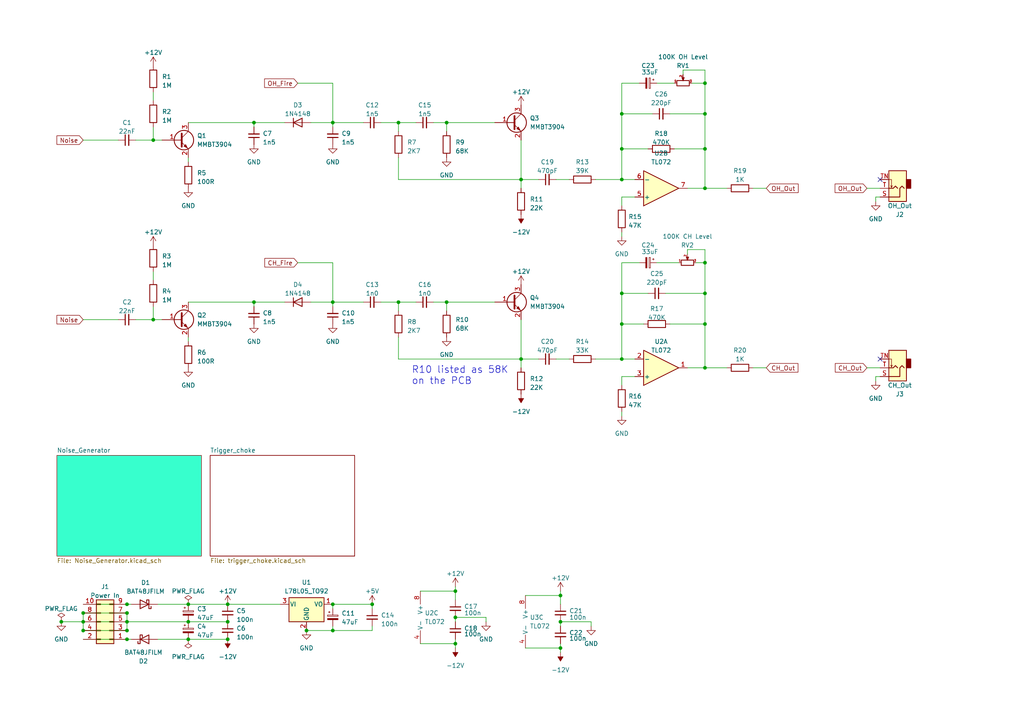
<source format=kicad_sch>
(kicad_sch (version 20230121) (generator eeschema)

  (uuid 9538e4ed-27e6-4c37-b989-9859dc0d49e8)

  (paper "A4")

  (lib_symbols
    (symbol "Amplifier_Operational:TL072" (pin_names (offset 0.127)) (in_bom yes) (on_board yes)
      (property "Reference" "U" (at 0 5.08 0)
        (effects (font (size 1.27 1.27)) (justify left))
      )
      (property "Value" "TL072" (at 0 -5.08 0)
        (effects (font (size 1.27 1.27)) (justify left))
      )
      (property "Footprint" "" (at 0 0 0)
        (effects (font (size 1.27 1.27)) hide)
      )
      (property "Datasheet" "http://www.ti.com/lit/ds/symlink/tl071.pdf" (at 0 0 0)
        (effects (font (size 1.27 1.27)) hide)
      )
      (property "ki_locked" "" (at 0 0 0)
        (effects (font (size 1.27 1.27)))
      )
      (property "ki_keywords" "dual opamp" (at 0 0 0)
        (effects (font (size 1.27 1.27)) hide)
      )
      (property "ki_description" "Dual Low-Noise JFET-Input Operational Amplifiers, DIP-8/SOIC-8" (at 0 0 0)
        (effects (font (size 1.27 1.27)) hide)
      )
      (property "ki_fp_filters" "SOIC*3.9x4.9mm*P1.27mm* DIP*W7.62mm* TO*99* OnSemi*Micro8* TSSOP*3x3mm*P0.65mm* TSSOP*4.4x3mm*P0.65mm* MSOP*3x3mm*P0.65mm* SSOP*3.9x4.9mm*P0.635mm* LFCSP*2x2mm*P0.5mm* *SIP* SOIC*5.3x6.2mm*P1.27mm*" (at 0 0 0)
        (effects (font (size 1.27 1.27)) hide)
      )
      (symbol "TL072_1_1"
        (polyline
          (pts
            (xy -5.08 5.08)
            (xy 5.08 0)
            (xy -5.08 -5.08)
            (xy -5.08 5.08)
          )
          (stroke (width 0.254) (type default))
          (fill (type background))
        )
        (pin output line (at 7.62 0 180) (length 2.54)
          (name "~" (effects (font (size 1.27 1.27))))
          (number "1" (effects (font (size 1.27 1.27))))
        )
        (pin input line (at -7.62 -2.54 0) (length 2.54)
          (name "-" (effects (font (size 1.27 1.27))))
          (number "2" (effects (font (size 1.27 1.27))))
        )
        (pin input line (at -7.62 2.54 0) (length 2.54)
          (name "+" (effects (font (size 1.27 1.27))))
          (number "3" (effects (font (size 1.27 1.27))))
        )
      )
      (symbol "TL072_2_1"
        (polyline
          (pts
            (xy -5.08 5.08)
            (xy 5.08 0)
            (xy -5.08 -5.08)
            (xy -5.08 5.08)
          )
          (stroke (width 0.254) (type default))
          (fill (type background))
        )
        (pin input line (at -7.62 2.54 0) (length 2.54)
          (name "+" (effects (font (size 1.27 1.27))))
          (number "5" (effects (font (size 1.27 1.27))))
        )
        (pin input line (at -7.62 -2.54 0) (length 2.54)
          (name "-" (effects (font (size 1.27 1.27))))
          (number "6" (effects (font (size 1.27 1.27))))
        )
        (pin output line (at 7.62 0 180) (length 2.54)
          (name "~" (effects (font (size 1.27 1.27))))
          (number "7" (effects (font (size 1.27 1.27))))
        )
      )
      (symbol "TL072_3_1"
        (pin power_in line (at -2.54 -7.62 90) (length 3.81)
          (name "V-" (effects (font (size 1.27 1.27))))
          (number "4" (effects (font (size 1.27 1.27))))
        )
        (pin power_in line (at -2.54 7.62 270) (length 3.81)
          (name "V+" (effects (font (size 1.27 1.27))))
          (number "8" (effects (font (size 1.27 1.27))))
        )
      )
    )
    (symbol "Connector_Audio:AudioJack2_SwitchT" (in_bom yes) (on_board yes)
      (property "Reference" "J" (at 0 8.89 0)
        (effects (font (size 1.27 1.27)))
      )
      (property "Value" "AudioJack2_SwitchT" (at 0 6.35 0)
        (effects (font (size 1.27 1.27)))
      )
      (property "Footprint" "" (at 0 0 0)
        (effects (font (size 1.27 1.27)) hide)
      )
      (property "Datasheet" "~" (at 0 0 0)
        (effects (font (size 1.27 1.27)) hide)
      )
      (property "ki_keywords" "audio jack receptacle mono headphones phone TS connector" (at 0 0 0)
        (effects (font (size 1.27 1.27)) hide)
      )
      (property "ki_description" "Audio Jack, 2 Poles (Mono / TS), Switched T Pole (Normalling)" (at 0 0 0)
        (effects (font (size 1.27 1.27)) hide)
      )
      (property "ki_fp_filters" "Jack*" (at 0 0 0)
        (effects (font (size 1.27 1.27)) hide)
      )
      (symbol "AudioJack2_SwitchT_0_1"
        (rectangle (start -2.54 0) (end -3.81 -2.54)
          (stroke (width 0.254) (type default))
          (fill (type outline))
        )
        (polyline
          (pts
            (xy 1.778 -0.254)
            (xy 2.032 -0.762)
          )
          (stroke (width 0) (type default))
          (fill (type none))
        )
        (polyline
          (pts
            (xy 0 0)
            (xy 0.635 -0.635)
            (xy 1.27 0)
            (xy 2.54 0)
          )
          (stroke (width 0.254) (type default))
          (fill (type none))
        )
        (polyline
          (pts
            (xy 2.54 -2.54)
            (xy 1.778 -2.54)
            (xy 1.778 -0.254)
            (xy 1.524 -0.762)
          )
          (stroke (width 0) (type default))
          (fill (type none))
        )
        (polyline
          (pts
            (xy 2.54 2.54)
            (xy -0.635 2.54)
            (xy -0.635 0)
            (xy -1.27 -0.635)
            (xy -1.905 0)
          )
          (stroke (width 0.254) (type default))
          (fill (type none))
        )
        (rectangle (start 2.54 3.81) (end -2.54 -5.08)
          (stroke (width 0.254) (type default))
          (fill (type background))
        )
      )
      (symbol "AudioJack2_SwitchT_1_1"
        (pin passive line (at 5.08 2.54 180) (length 2.54)
          (name "~" (effects (font (size 1.27 1.27))))
          (number "S" (effects (font (size 1.27 1.27))))
        )
        (pin passive line (at 5.08 0 180) (length 2.54)
          (name "~" (effects (font (size 1.27 1.27))))
          (number "T" (effects (font (size 1.27 1.27))))
        )
        (pin passive line (at 5.08 -2.54 180) (length 2.54)
          (name "~" (effects (font (size 1.27 1.27))))
          (number "TN" (effects (font (size 1.27 1.27))))
        )
      )
    )
    (symbol "Connector_Generic:Conn_02x05_Odd_Even" (pin_names (offset 1.016) hide) (in_bom yes) (on_board yes)
      (property "Reference" "J" (at 1.27 7.62 0)
        (effects (font (size 1.27 1.27)))
      )
      (property "Value" "Conn_02x05_Odd_Even" (at 1.27 -7.62 0)
        (effects (font (size 1.27 1.27)))
      )
      (property "Footprint" "" (at 0 0 0)
        (effects (font (size 1.27 1.27)) hide)
      )
      (property "Datasheet" "~" (at 0 0 0)
        (effects (font (size 1.27 1.27)) hide)
      )
      (property "ki_keywords" "connector" (at 0 0 0)
        (effects (font (size 1.27 1.27)) hide)
      )
      (property "ki_description" "Generic connector, double row, 02x05, odd/even pin numbering scheme (row 1 odd numbers, row 2 even numbers), script generated (kicad-library-utils/schlib/autogen/connector/)" (at 0 0 0)
        (effects (font (size 1.27 1.27)) hide)
      )
      (property "ki_fp_filters" "Connector*:*_2x??_*" (at 0 0 0)
        (effects (font (size 1.27 1.27)) hide)
      )
      (symbol "Conn_02x05_Odd_Even_1_1"
        (rectangle (start -1.27 -4.953) (end 0 -5.207)
          (stroke (width 0.1524) (type default))
          (fill (type none))
        )
        (rectangle (start -1.27 -2.413) (end 0 -2.667)
          (stroke (width 0.1524) (type default))
          (fill (type none))
        )
        (rectangle (start -1.27 0.127) (end 0 -0.127)
          (stroke (width 0.1524) (type default))
          (fill (type none))
        )
        (rectangle (start -1.27 2.667) (end 0 2.413)
          (stroke (width 0.1524) (type default))
          (fill (type none))
        )
        (rectangle (start -1.27 5.207) (end 0 4.953)
          (stroke (width 0.1524) (type default))
          (fill (type none))
        )
        (rectangle (start -1.27 6.35) (end 3.81 -6.35)
          (stroke (width 0.254) (type default))
          (fill (type background))
        )
        (rectangle (start 3.81 -4.953) (end 2.54 -5.207)
          (stroke (width 0.1524) (type default))
          (fill (type none))
        )
        (rectangle (start 3.81 -2.413) (end 2.54 -2.667)
          (stroke (width 0.1524) (type default))
          (fill (type none))
        )
        (rectangle (start 3.81 0.127) (end 2.54 -0.127)
          (stroke (width 0.1524) (type default))
          (fill (type none))
        )
        (rectangle (start 3.81 2.667) (end 2.54 2.413)
          (stroke (width 0.1524) (type default))
          (fill (type none))
        )
        (rectangle (start 3.81 5.207) (end 2.54 4.953)
          (stroke (width 0.1524) (type default))
          (fill (type none))
        )
        (pin passive line (at -5.08 5.08 0) (length 3.81)
          (name "Pin_1" (effects (font (size 1.27 1.27))))
          (number "1" (effects (font (size 1.27 1.27))))
        )
        (pin passive line (at 7.62 -5.08 180) (length 3.81)
          (name "Pin_10" (effects (font (size 1.27 1.27))))
          (number "10" (effects (font (size 1.27 1.27))))
        )
        (pin passive line (at 7.62 5.08 180) (length 3.81)
          (name "Pin_2" (effects (font (size 1.27 1.27))))
          (number "2" (effects (font (size 1.27 1.27))))
        )
        (pin passive line (at -5.08 2.54 0) (length 3.81)
          (name "Pin_3" (effects (font (size 1.27 1.27))))
          (number "3" (effects (font (size 1.27 1.27))))
        )
        (pin passive line (at 7.62 2.54 180) (length 3.81)
          (name "Pin_4" (effects (font (size 1.27 1.27))))
          (number "4" (effects (font (size 1.27 1.27))))
        )
        (pin passive line (at -5.08 0 0) (length 3.81)
          (name "Pin_5" (effects (font (size 1.27 1.27))))
          (number "5" (effects (font (size 1.27 1.27))))
        )
        (pin passive line (at 7.62 0 180) (length 3.81)
          (name "Pin_6" (effects (font (size 1.27 1.27))))
          (number "6" (effects (font (size 1.27 1.27))))
        )
        (pin passive line (at -5.08 -2.54 0) (length 3.81)
          (name "Pin_7" (effects (font (size 1.27 1.27))))
          (number "7" (effects (font (size 1.27 1.27))))
        )
        (pin passive line (at 7.62 -2.54 180) (length 3.81)
          (name "Pin_8" (effects (font (size 1.27 1.27))))
          (number "8" (effects (font (size 1.27 1.27))))
        )
        (pin passive line (at -5.08 -5.08 0) (length 3.81)
          (name "Pin_9" (effects (font (size 1.27 1.27))))
          (number "9" (effects (font (size 1.27 1.27))))
        )
      )
    )
    (symbol "Device:C_Polarized_Small" (pin_numbers hide) (pin_names (offset 0.254) hide) (in_bom yes) (on_board yes)
      (property "Reference" "C" (at 0.254 1.778 0)
        (effects (font (size 1.27 1.27)) (justify left))
      )
      (property "Value" "C_Polarized_Small" (at 0.254 -2.032 0)
        (effects (font (size 1.27 1.27)) (justify left))
      )
      (property "Footprint" "" (at 0 0 0)
        (effects (font (size 1.27 1.27)) hide)
      )
      (property "Datasheet" "~" (at 0 0 0)
        (effects (font (size 1.27 1.27)) hide)
      )
      (property "ki_keywords" "cap capacitor" (at 0 0 0)
        (effects (font (size 1.27 1.27)) hide)
      )
      (property "ki_description" "Polarized capacitor, small symbol" (at 0 0 0)
        (effects (font (size 1.27 1.27)) hide)
      )
      (property "ki_fp_filters" "CP_*" (at 0 0 0)
        (effects (font (size 1.27 1.27)) hide)
      )
      (symbol "C_Polarized_Small_0_1"
        (rectangle (start -1.524 -0.3048) (end 1.524 -0.6858)
          (stroke (width 0) (type default))
          (fill (type outline))
        )
        (rectangle (start -1.524 0.6858) (end 1.524 0.3048)
          (stroke (width 0) (type default))
          (fill (type none))
        )
        (polyline
          (pts
            (xy -1.27 1.524)
            (xy -0.762 1.524)
          )
          (stroke (width 0) (type default))
          (fill (type none))
        )
        (polyline
          (pts
            (xy -1.016 1.27)
            (xy -1.016 1.778)
          )
          (stroke (width 0) (type default))
          (fill (type none))
        )
      )
      (symbol "C_Polarized_Small_1_1"
        (pin passive line (at 0 2.54 270) (length 1.8542)
          (name "~" (effects (font (size 1.27 1.27))))
          (number "1" (effects (font (size 1.27 1.27))))
        )
        (pin passive line (at 0 -2.54 90) (length 1.8542)
          (name "~" (effects (font (size 1.27 1.27))))
          (number "2" (effects (font (size 1.27 1.27))))
        )
      )
    )
    (symbol "Device:C_Small" (pin_numbers hide) (pin_names (offset 0.254) hide) (in_bom yes) (on_board yes)
      (property "Reference" "C" (at 0.254 1.778 0)
        (effects (font (size 1.27 1.27)) (justify left))
      )
      (property "Value" "C_Small" (at 0.254 -2.032 0)
        (effects (font (size 1.27 1.27)) (justify left))
      )
      (property "Footprint" "" (at 0 0 0)
        (effects (font (size 1.27 1.27)) hide)
      )
      (property "Datasheet" "~" (at 0 0 0)
        (effects (font (size 1.27 1.27)) hide)
      )
      (property "ki_keywords" "capacitor cap" (at 0 0 0)
        (effects (font (size 1.27 1.27)) hide)
      )
      (property "ki_description" "Unpolarized capacitor, small symbol" (at 0 0 0)
        (effects (font (size 1.27 1.27)) hide)
      )
      (property "ki_fp_filters" "C_*" (at 0 0 0)
        (effects (font (size 1.27 1.27)) hide)
      )
      (symbol "C_Small_0_1"
        (polyline
          (pts
            (xy -1.524 -0.508)
            (xy 1.524 -0.508)
          )
          (stroke (width 0.3302) (type default))
          (fill (type none))
        )
        (polyline
          (pts
            (xy -1.524 0.508)
            (xy 1.524 0.508)
          )
          (stroke (width 0.3048) (type default))
          (fill (type none))
        )
      )
      (symbol "C_Small_1_1"
        (pin passive line (at 0 2.54 270) (length 2.032)
          (name "~" (effects (font (size 1.27 1.27))))
          (number "1" (effects (font (size 1.27 1.27))))
        )
        (pin passive line (at 0 -2.54 90) (length 2.032)
          (name "~" (effects (font (size 1.27 1.27))))
          (number "2" (effects (font (size 1.27 1.27))))
        )
      )
    )
    (symbol "Device:R" (pin_numbers hide) (pin_names (offset 0)) (in_bom yes) (on_board yes)
      (property "Reference" "R" (at 2.032 0 90)
        (effects (font (size 1.27 1.27)))
      )
      (property "Value" "R" (at 0 0 90)
        (effects (font (size 1.27 1.27)))
      )
      (property "Footprint" "" (at -1.778 0 90)
        (effects (font (size 1.27 1.27)) hide)
      )
      (property "Datasheet" "~" (at 0 0 0)
        (effects (font (size 1.27 1.27)) hide)
      )
      (property "ki_keywords" "R res resistor" (at 0 0 0)
        (effects (font (size 1.27 1.27)) hide)
      )
      (property "ki_description" "Resistor" (at 0 0 0)
        (effects (font (size 1.27 1.27)) hide)
      )
      (property "ki_fp_filters" "R_*" (at 0 0 0)
        (effects (font (size 1.27 1.27)) hide)
      )
      (symbol "R_0_1"
        (rectangle (start -1.016 -2.54) (end 1.016 2.54)
          (stroke (width 0.254) (type default))
          (fill (type none))
        )
      )
      (symbol "R_1_1"
        (pin passive line (at 0 3.81 270) (length 1.27)
          (name "~" (effects (font (size 1.27 1.27))))
          (number "1" (effects (font (size 1.27 1.27))))
        )
        (pin passive line (at 0 -3.81 90) (length 1.27)
          (name "~" (effects (font (size 1.27 1.27))))
          (number "2" (effects (font (size 1.27 1.27))))
        )
      )
    )
    (symbol "Device:R_Potentiometer_Small" (pin_names (offset 1.016) hide) (in_bom yes) (on_board yes)
      (property "Reference" "RV" (at -4.445 0 90)
        (effects (font (size 1.27 1.27)))
      )
      (property "Value" "R_Potentiometer_Small" (at -2.54 0 90)
        (effects (font (size 1.27 1.27)))
      )
      (property "Footprint" "" (at 0 0 0)
        (effects (font (size 1.27 1.27)) hide)
      )
      (property "Datasheet" "~" (at 0 0 0)
        (effects (font (size 1.27 1.27)) hide)
      )
      (property "ki_keywords" "resistor variable" (at 0 0 0)
        (effects (font (size 1.27 1.27)) hide)
      )
      (property "ki_description" "Potentiometer" (at 0 0 0)
        (effects (font (size 1.27 1.27)) hide)
      )
      (property "ki_fp_filters" "Potentiometer*" (at 0 0 0)
        (effects (font (size 1.27 1.27)) hide)
      )
      (symbol "R_Potentiometer_Small_0_1"
        (polyline
          (pts
            (xy 0.889 0)
            (xy 0.635 0)
            (xy 1.651 0.381)
            (xy 1.651 -0.381)
            (xy 0.635 0)
            (xy 0.889 0)
          )
          (stroke (width 0) (type default))
          (fill (type outline))
        )
        (rectangle (start 0.762 1.8034) (end -0.762 -1.8034)
          (stroke (width 0.254) (type default))
          (fill (type none))
        )
      )
      (symbol "R_Potentiometer_Small_1_1"
        (pin passive line (at 0 2.54 270) (length 0.635)
          (name "1" (effects (font (size 0.635 0.635))))
          (number "1" (effects (font (size 0.635 0.635))))
        )
        (pin passive line (at 2.54 0 180) (length 0.9906)
          (name "2" (effects (font (size 0.635 0.635))))
          (number "2" (effects (font (size 0.635 0.635))))
        )
        (pin passive line (at 0 -2.54 90) (length 0.635)
          (name "3" (effects (font (size 0.635 0.635))))
          (number "3" (effects (font (size 0.635 0.635))))
        )
      )
    )
    (symbol "Diode:1N4148W" (pin_numbers hide) (pin_names hide) (in_bom yes) (on_board yes)
      (property "Reference" "D" (at 0 2.54 0)
        (effects (font (size 1.27 1.27)))
      )
      (property "Value" "1N4148W" (at 0 -2.54 0)
        (effects (font (size 1.27 1.27)))
      )
      (property "Footprint" "Diode_SMD:D_SOD-123" (at 0 -4.445 0)
        (effects (font (size 1.27 1.27)) hide)
      )
      (property "Datasheet" "https://www.vishay.com/docs/85748/1n4148w.pdf" (at 0 0 0)
        (effects (font (size 1.27 1.27)) hide)
      )
      (property "Sim.Device" "D" (at 0 0 0)
        (effects (font (size 1.27 1.27)) hide)
      )
      (property "Sim.Pins" "1=K 2=A" (at 0 0 0)
        (effects (font (size 1.27 1.27)) hide)
      )
      (property "ki_keywords" "diode" (at 0 0 0)
        (effects (font (size 1.27 1.27)) hide)
      )
      (property "ki_description" "75V 0.15A Fast Switching Diode, SOD-123" (at 0 0 0)
        (effects (font (size 1.27 1.27)) hide)
      )
      (property "ki_fp_filters" "D*SOD?123*" (at 0 0 0)
        (effects (font (size 1.27 1.27)) hide)
      )
      (symbol "1N4148W_0_1"
        (polyline
          (pts
            (xy -1.27 1.27)
            (xy -1.27 -1.27)
          )
          (stroke (width 0.254) (type default))
          (fill (type none))
        )
        (polyline
          (pts
            (xy 1.27 0)
            (xy -1.27 0)
          )
          (stroke (width 0) (type default))
          (fill (type none))
        )
        (polyline
          (pts
            (xy 1.27 1.27)
            (xy 1.27 -1.27)
            (xy -1.27 0)
            (xy 1.27 1.27)
          )
          (stroke (width 0.254) (type default))
          (fill (type none))
        )
      )
      (symbol "1N4148W_1_1"
        (pin passive line (at -3.81 0 0) (length 2.54)
          (name "K" (effects (font (size 1.27 1.27))))
          (number "1" (effects (font (size 1.27 1.27))))
        )
        (pin passive line (at 3.81 0 180) (length 2.54)
          (name "A" (effects (font (size 1.27 1.27))))
          (number "2" (effects (font (size 1.27 1.27))))
        )
      )
    )
    (symbol "Diode:BAT48JFILM" (pin_numbers hide) (pin_names (offset 1.016) hide) (in_bom yes) (on_board yes)
      (property "Reference" "D" (at 0 2.54 0)
        (effects (font (size 1.27 1.27)))
      )
      (property "Value" "BAT48JFILM" (at 0 -2.54 0)
        (effects (font (size 1.27 1.27)))
      )
      (property "Footprint" "Diode_SMD:D_SOD-323" (at 0 -4.445 0)
        (effects (font (size 1.27 1.27)) hide)
      )
      (property "Datasheet" "www.st.com/resource/en/datasheet/bat48.pdf" (at 0 0 0)
        (effects (font (size 1.27 1.27)) hide)
      )
      (property "ki_keywords" "diode Schottky" (at 0 0 0)
        (effects (font (size 1.27 1.27)) hide)
      )
      (property "ki_description" "40V 0.35A Small Signal Schottky Diode, SOD-323" (at 0 0 0)
        (effects (font (size 1.27 1.27)) hide)
      )
      (property "ki_fp_filters" "D*SOD?323*" (at 0 0 0)
        (effects (font (size 1.27 1.27)) hide)
      )
      (symbol "BAT48JFILM_0_1"
        (polyline
          (pts
            (xy 1.27 0)
            (xy -1.27 0)
          )
          (stroke (width 0) (type default))
          (fill (type none))
        )
        (polyline
          (pts
            (xy 1.27 1.27)
            (xy 1.27 -1.27)
            (xy -1.27 0)
            (xy 1.27 1.27)
          )
          (stroke (width 0.254) (type default))
          (fill (type none))
        )
        (polyline
          (pts
            (xy -1.905 0.635)
            (xy -1.905 1.27)
            (xy -1.27 1.27)
            (xy -1.27 -1.27)
            (xy -0.635 -1.27)
            (xy -0.635 -0.635)
          )
          (stroke (width 0.254) (type default))
          (fill (type none))
        )
      )
      (symbol "BAT48JFILM_1_1"
        (pin passive line (at -3.81 0 0) (length 2.54)
          (name "K" (effects (font (size 1.27 1.27))))
          (number "1" (effects (font (size 1.27 1.27))))
        )
        (pin passive line (at 3.81 0 180) (length 2.54)
          (name "A" (effects (font (size 1.27 1.27))))
          (number "2" (effects (font (size 1.27 1.27))))
        )
      )
    )
    (symbol "Regulator_Linear:L78L05_TO92" (pin_names (offset 0.254)) (in_bom yes) (on_board yes)
      (property "Reference" "U" (at -3.81 3.175 0)
        (effects (font (size 1.27 1.27)))
      )
      (property "Value" "L78L05_TO92" (at 0 3.175 0)
        (effects (font (size 1.27 1.27)) (justify left))
      )
      (property "Footprint" "Package_TO_SOT_THT:TO-92_Inline" (at 0 5.715 0)
        (effects (font (size 1.27 1.27) italic) hide)
      )
      (property "Datasheet" "http://www.st.com/content/ccc/resource/technical/document/datasheet/15/55/e5/aa/23/5b/43/fd/CD00000446.pdf/files/CD00000446.pdf/jcr:content/translations/en.CD00000446.pdf" (at 0 -1.27 0)
        (effects (font (size 1.27 1.27)) hide)
      )
      (property "ki_keywords" "Voltage Regulator 100mA Positive" (at 0 0 0)
        (effects (font (size 1.27 1.27)) hide)
      )
      (property "ki_description" "Positive 100mA 30V Linear Regulator, Fixed Output 5V, TO-92" (at 0 0 0)
        (effects (font (size 1.27 1.27)) hide)
      )
      (property "ki_fp_filters" "TO?92*" (at 0 0 0)
        (effects (font (size 1.27 1.27)) hide)
      )
      (symbol "L78L05_TO92_0_1"
        (rectangle (start -5.08 -5.08) (end 5.08 1.905)
          (stroke (width 0.254) (type default))
          (fill (type background))
        )
      )
      (symbol "L78L05_TO92_1_1"
        (pin power_out line (at 7.62 0 180) (length 2.54)
          (name "VO" (effects (font (size 1.27 1.27))))
          (number "1" (effects (font (size 1.27 1.27))))
        )
        (pin power_in line (at 0 -7.62 90) (length 2.54)
          (name "GND" (effects (font (size 1.27 1.27))))
          (number "2" (effects (font (size 1.27 1.27))))
        )
        (pin power_in line (at -7.62 0 0) (length 2.54)
          (name "VI" (effects (font (size 1.27 1.27))))
          (number "3" (effects (font (size 1.27 1.27))))
        )
      )
    )
    (symbol "Transistor_BJT:MMBT3904" (pin_names (offset 0) hide) (in_bom yes) (on_board yes)
      (property "Reference" "Q" (at 5.08 1.905 0)
        (effects (font (size 1.27 1.27)) (justify left))
      )
      (property "Value" "MMBT3904" (at 5.08 0 0)
        (effects (font (size 1.27 1.27)) (justify left))
      )
      (property "Footprint" "Package_TO_SOT_SMD:SOT-23" (at 5.08 -1.905 0)
        (effects (font (size 1.27 1.27) italic) (justify left) hide)
      )
      (property "Datasheet" "https://www.onsemi.com/pdf/datasheet/pzt3904-d.pdf" (at 0 0 0)
        (effects (font (size 1.27 1.27)) (justify left) hide)
      )
      (property "ki_keywords" "NPN Transistor" (at 0 0 0)
        (effects (font (size 1.27 1.27)) hide)
      )
      (property "ki_description" "0.2A Ic, 40V Vce, Small Signal NPN Transistor, SOT-23" (at 0 0 0)
        (effects (font (size 1.27 1.27)) hide)
      )
      (property "ki_fp_filters" "SOT?23*" (at 0 0 0)
        (effects (font (size 1.27 1.27)) hide)
      )
      (symbol "MMBT3904_0_1"
        (polyline
          (pts
            (xy 0.635 0.635)
            (xy 2.54 2.54)
          )
          (stroke (width 0) (type default))
          (fill (type none))
        )
        (polyline
          (pts
            (xy 0.635 -0.635)
            (xy 2.54 -2.54)
            (xy 2.54 -2.54)
          )
          (stroke (width 0) (type default))
          (fill (type none))
        )
        (polyline
          (pts
            (xy 0.635 1.905)
            (xy 0.635 -1.905)
            (xy 0.635 -1.905)
          )
          (stroke (width 0.508) (type default))
          (fill (type none))
        )
        (polyline
          (pts
            (xy 1.27 -1.778)
            (xy 1.778 -1.27)
            (xy 2.286 -2.286)
            (xy 1.27 -1.778)
            (xy 1.27 -1.778)
          )
          (stroke (width 0) (type default))
          (fill (type outline))
        )
        (circle (center 1.27 0) (radius 2.8194)
          (stroke (width 0.254) (type default))
          (fill (type none))
        )
      )
      (symbol "MMBT3904_1_1"
        (pin input line (at -5.08 0 0) (length 5.715)
          (name "B" (effects (font (size 1.27 1.27))))
          (number "1" (effects (font (size 1.27 1.27))))
        )
        (pin passive line (at 2.54 -5.08 90) (length 2.54)
          (name "E" (effects (font (size 1.27 1.27))))
          (number "2" (effects (font (size 1.27 1.27))))
        )
        (pin passive line (at 2.54 5.08 270) (length 2.54)
          (name "C" (effects (font (size 1.27 1.27))))
          (number "3" (effects (font (size 1.27 1.27))))
        )
      )
    )
    (symbol "power:+12V" (power) (pin_names (offset 0)) (in_bom yes) (on_board yes)
      (property "Reference" "#PWR" (at 0 -3.81 0)
        (effects (font (size 1.27 1.27)) hide)
      )
      (property "Value" "+12V" (at 0 3.556 0)
        (effects (font (size 1.27 1.27)))
      )
      (property "Footprint" "" (at 0 0 0)
        (effects (font (size 1.27 1.27)) hide)
      )
      (property "Datasheet" "" (at 0 0 0)
        (effects (font (size 1.27 1.27)) hide)
      )
      (property "ki_keywords" "global power" (at 0 0 0)
        (effects (font (size 1.27 1.27)) hide)
      )
      (property "ki_description" "Power symbol creates a global label with name \"+12V\"" (at 0 0 0)
        (effects (font (size 1.27 1.27)) hide)
      )
      (symbol "+12V_0_1"
        (polyline
          (pts
            (xy -0.762 1.27)
            (xy 0 2.54)
          )
          (stroke (width 0) (type default))
          (fill (type none))
        )
        (polyline
          (pts
            (xy 0 0)
            (xy 0 2.54)
          )
          (stroke (width 0) (type default))
          (fill (type none))
        )
        (polyline
          (pts
            (xy 0 2.54)
            (xy 0.762 1.27)
          )
          (stroke (width 0) (type default))
          (fill (type none))
        )
      )
      (symbol "+12V_1_1"
        (pin power_in line (at 0 0 90) (length 0) hide
          (name "+12V" (effects (font (size 1.27 1.27))))
          (number "1" (effects (font (size 1.27 1.27))))
        )
      )
    )
    (symbol "power:+5V" (power) (pin_names (offset 0)) (in_bom yes) (on_board yes)
      (property "Reference" "#PWR" (at 0 -3.81 0)
        (effects (font (size 1.27 1.27)) hide)
      )
      (property "Value" "+5V" (at 0 3.556 0)
        (effects (font (size 1.27 1.27)))
      )
      (property "Footprint" "" (at 0 0 0)
        (effects (font (size 1.27 1.27)) hide)
      )
      (property "Datasheet" "" (at 0 0 0)
        (effects (font (size 1.27 1.27)) hide)
      )
      (property "ki_keywords" "global power" (at 0 0 0)
        (effects (font (size 1.27 1.27)) hide)
      )
      (property "ki_description" "Power symbol creates a global label with name \"+5V\"" (at 0 0 0)
        (effects (font (size 1.27 1.27)) hide)
      )
      (symbol "+5V_0_1"
        (polyline
          (pts
            (xy -0.762 1.27)
            (xy 0 2.54)
          )
          (stroke (width 0) (type default))
          (fill (type none))
        )
        (polyline
          (pts
            (xy 0 0)
            (xy 0 2.54)
          )
          (stroke (width 0) (type default))
          (fill (type none))
        )
        (polyline
          (pts
            (xy 0 2.54)
            (xy 0.762 1.27)
          )
          (stroke (width 0) (type default))
          (fill (type none))
        )
      )
      (symbol "+5V_1_1"
        (pin power_in line (at 0 0 90) (length 0) hide
          (name "+5V" (effects (font (size 1.27 1.27))))
          (number "1" (effects (font (size 1.27 1.27))))
        )
      )
    )
    (symbol "power:-12V" (power) (pin_names (offset 0)) (in_bom yes) (on_board yes)
      (property "Reference" "#PWR" (at 0 2.54 0)
        (effects (font (size 1.27 1.27)) hide)
      )
      (property "Value" "-12V" (at 0 3.81 0)
        (effects (font (size 1.27 1.27)))
      )
      (property "Footprint" "" (at 0 0 0)
        (effects (font (size 1.27 1.27)) hide)
      )
      (property "Datasheet" "" (at 0 0 0)
        (effects (font (size 1.27 1.27)) hide)
      )
      (property "ki_keywords" "global power" (at 0 0 0)
        (effects (font (size 1.27 1.27)) hide)
      )
      (property "ki_description" "Power symbol creates a global label with name \"-12V\"" (at 0 0 0)
        (effects (font (size 1.27 1.27)) hide)
      )
      (symbol "-12V_0_0"
        (pin power_in line (at 0 0 90) (length 0) hide
          (name "-12V" (effects (font (size 1.27 1.27))))
          (number "1" (effects (font (size 1.27 1.27))))
        )
      )
      (symbol "-12V_0_1"
        (polyline
          (pts
            (xy 0 0)
            (xy 0 1.27)
            (xy 0.762 1.27)
            (xy 0 2.54)
            (xy -0.762 1.27)
            (xy 0 1.27)
          )
          (stroke (width 0) (type default))
          (fill (type outline))
        )
      )
    )
    (symbol "power:GND" (power) (pin_names (offset 0)) (in_bom yes) (on_board yes)
      (property "Reference" "#PWR" (at 0 -6.35 0)
        (effects (font (size 1.27 1.27)) hide)
      )
      (property "Value" "GND" (at 0 -3.81 0)
        (effects (font (size 1.27 1.27)))
      )
      (property "Footprint" "" (at 0 0 0)
        (effects (font (size 1.27 1.27)) hide)
      )
      (property "Datasheet" "" (at 0 0 0)
        (effects (font (size 1.27 1.27)) hide)
      )
      (property "ki_keywords" "global power" (at 0 0 0)
        (effects (font (size 1.27 1.27)) hide)
      )
      (property "ki_description" "Power symbol creates a global label with name \"GND\" , ground" (at 0 0 0)
        (effects (font (size 1.27 1.27)) hide)
      )
      (symbol "GND_0_1"
        (polyline
          (pts
            (xy 0 0)
            (xy 0 -1.27)
            (xy 1.27 -1.27)
            (xy 0 -2.54)
            (xy -1.27 -1.27)
            (xy 0 -1.27)
          )
          (stroke (width 0) (type default))
          (fill (type none))
        )
      )
      (symbol "GND_1_1"
        (pin power_in line (at 0 0 270) (length 0) hide
          (name "GND" (effects (font (size 1.27 1.27))))
          (number "1" (effects (font (size 1.27 1.27))))
        )
      )
    )
    (symbol "power:PWR_FLAG" (power) (pin_numbers hide) (pin_names (offset 0) hide) (in_bom yes) (on_board yes)
      (property "Reference" "#FLG" (at 0 1.905 0)
        (effects (font (size 1.27 1.27)) hide)
      )
      (property "Value" "PWR_FLAG" (at 0 3.81 0)
        (effects (font (size 1.27 1.27)))
      )
      (property "Footprint" "" (at 0 0 0)
        (effects (font (size 1.27 1.27)) hide)
      )
      (property "Datasheet" "~" (at 0 0 0)
        (effects (font (size 1.27 1.27)) hide)
      )
      (property "ki_keywords" "flag power" (at 0 0 0)
        (effects (font (size 1.27 1.27)) hide)
      )
      (property "ki_description" "Special symbol for telling ERC where power comes from" (at 0 0 0)
        (effects (font (size 1.27 1.27)) hide)
      )
      (symbol "PWR_FLAG_0_0"
        (pin power_out line (at 0 0 90) (length 0)
          (name "pwr" (effects (font (size 1.27 1.27))))
          (number "1" (effects (font (size 1.27 1.27))))
        )
      )
      (symbol "PWR_FLAG_0_1"
        (polyline
          (pts
            (xy 0 0)
            (xy 0 1.27)
            (xy -1.016 1.905)
            (xy 0 2.54)
            (xy 1.016 1.905)
            (xy 0 1.27)
          )
          (stroke (width 0) (type default))
          (fill (type none))
        )
      )
    )
  )

  (junction (at 96.52 87.63) (diameter 0) (color 0 0 0 0)
    (uuid 010b93ec-0b34-49b9-a61f-d2e93e0e8761)
  )
  (junction (at 96.52 182.88) (diameter 0) (color 0 0 0 0)
    (uuid 04f99ba5-b05b-4d9b-9c55-20dc095adacf)
  )
  (junction (at 204.47 93.98) (diameter 0) (color 0 0 0 0)
    (uuid 3db80a64-db2f-4436-97eb-ed8758864378)
  )
  (junction (at 96.52 35.56) (diameter 0) (color 0 0 0 0)
    (uuid 3efb0e16-6f7e-403c-9920-100f803d514b)
  )
  (junction (at 54.61 175.26) (diameter 0) (color 0 0 0 0)
    (uuid 442878a0-aac5-4ce5-be2a-12f7fefd9b23)
  )
  (junction (at 180.34 43.18) (diameter 0) (color 0 0 0 0)
    (uuid 4c56c9c6-33da-400c-8b64-c4d1482ffe34)
  )
  (junction (at 180.34 93.98) (diameter 0) (color 0 0 0 0)
    (uuid 5191db34-f176-465a-91b6-4b25ca15ce77)
  )
  (junction (at 24.13 182.88) (diameter 0) (color 0 0 0 0)
    (uuid 56ba86cb-1154-4ef9-94f3-c1e8703fb070)
  )
  (junction (at 17.78 180.34) (diameter 0) (color 0 0 0 0)
    (uuid 6cf3c806-a464-43ad-acd4-4a0386cbcebe)
  )
  (junction (at 24.13 177.8) (diameter 0) (color 0 0 0 0)
    (uuid 6e9c7231-6147-4e31-a652-90f4f1c213cd)
  )
  (junction (at 36.83 185.42) (diameter 0) (color 0 0 0 0)
    (uuid 741f6b88-7901-40b3-9a21-69aa2a037d11)
  )
  (junction (at 129.54 35.56) (diameter 0) (color 0 0 0 0)
    (uuid 7b91c699-72e6-48ea-8568-016c9d2448b4)
  )
  (junction (at 204.47 85.09) (diameter 0) (color 0 0 0 0)
    (uuid 7d442a78-fc3a-4260-b68a-3b57e7f14289)
  )
  (junction (at 73.66 87.63) (diameter 0) (color 0 0 0 0)
    (uuid 86f55473-a7cc-4959-9c29-348687d31691)
  )
  (junction (at 115.57 87.63) (diameter 0) (color 0 0 0 0)
    (uuid 8d962136-1647-447d-8298-301c4c2cc5f0)
  )
  (junction (at 151.13 52.07) (diameter 0) (color 0 0 0 0)
    (uuid 8f760d37-5a80-4540-96e9-a0c811da7f2d)
  )
  (junction (at 54.61 180.34) (diameter 0) (color 0 0 0 0)
    (uuid 8ffae28d-e4a4-4dac-9794-d4cab77c88c2)
  )
  (junction (at 180.34 104.14) (diameter 0) (color 0 0 0 0)
    (uuid 94527b96-832c-4d31-a4e1-87aea9fa452c)
  )
  (junction (at 204.47 43.18) (diameter 0) (color 0 0 0 0)
    (uuid 979590c3-9083-4308-80e0-aaba2919cc6d)
  )
  (junction (at 132.08 186.69) (diameter 0) (color 0 0 0 0)
    (uuid 98562eb9-a495-4df5-9076-51326202712f)
  )
  (junction (at 44.45 92.71) (diameter 0) (color 0 0 0 0)
    (uuid 9f43fc5d-bba3-4917-b8c6-39c23da372b9)
  )
  (junction (at 180.34 33.02) (diameter 0) (color 0 0 0 0)
    (uuid 9fc3a6e3-241e-4e57-b7e8-99055ab05e06)
  )
  (junction (at 44.45 40.64) (diameter 0) (color 0 0 0 0)
    (uuid a0c33549-e7d1-4da4-94b2-413ad8e46846)
  )
  (junction (at 204.47 54.61) (diameter 0) (color 0 0 0 0)
    (uuid a1b236ac-9e47-4c53-91a3-5a9dc2f252d5)
  )
  (junction (at 180.34 85.09) (diameter 0) (color 0 0 0 0)
    (uuid a5721b3e-ada4-4d89-9461-e0bf7e8f9065)
  )
  (junction (at 66.04 185.42) (diameter 0) (color 0 0 0 0)
    (uuid a5b761a8-f2f9-4f62-8fea-9b2fa50405ed)
  )
  (junction (at 204.47 106.68) (diameter 0) (color 0 0 0 0)
    (uuid aa7cc6e6-9365-4822-a36e-ff052e0bb76f)
  )
  (junction (at 54.61 185.42) (diameter 0) (color 0 0 0 0)
    (uuid ab060fdc-4713-41e4-8bd0-560fc60bafa7)
  )
  (junction (at 36.83 180.34) (diameter 0) (color 0 0 0 0)
    (uuid b3107639-cc1c-4de9-904e-07810b968fb4)
  )
  (junction (at 132.08 179.07) (diameter 0) (color 0 0 0 0)
    (uuid ba8c3ce9-7b45-48f3-9c34-9a9f84b09f28)
  )
  (junction (at 162.56 172.72) (diameter 0) (color 0 0 0 0)
    (uuid bdb7fde8-ec27-4ff1-a98d-97cae66da795)
  )
  (junction (at 180.34 52.07) (diameter 0) (color 0 0 0 0)
    (uuid bf5c4dc7-68b1-452d-ac48-5f5d5a5005ba)
  )
  (junction (at 88.9 182.88) (diameter 0) (color 0 0 0 0)
    (uuid c23274ad-2cf8-4617-8f9e-41b401b1b2c6)
  )
  (junction (at 151.13 104.14) (diameter 0) (color 0 0 0 0)
    (uuid c3e55410-b025-46fb-87e5-665f9663ba8c)
  )
  (junction (at 24.13 180.34) (diameter 0) (color 0 0 0 0)
    (uuid c4fb19be-f4fe-43e6-9229-85973ecc75e9)
  )
  (junction (at 115.57 35.56) (diameter 0) (color 0 0 0 0)
    (uuid c7965572-6adb-4ada-b47f-f3ef1a2056c9)
  )
  (junction (at 66.04 180.34) (diameter 0) (color 0 0 0 0)
    (uuid cc491777-d7b3-4969-8133-42d67fb5fba7)
  )
  (junction (at 36.83 182.88) (diameter 0) (color 0 0 0 0)
    (uuid d2af1327-d4ff-47f1-ad73-8d02969dbed7)
  )
  (junction (at 36.83 177.8) (diameter 0) (color 0 0 0 0)
    (uuid d8ae2d76-0f7e-4112-87de-71ba8eb08e45)
  )
  (junction (at 96.52 175.26) (diameter 0) (color 0 0 0 0)
    (uuid ded3a776-725e-4c74-8f3b-6d08e13ee167)
  )
  (junction (at 162.56 180.34) (diameter 0) (color 0 0 0 0)
    (uuid e1e1a3ff-9a20-45e8-9043-2957feb0ac8b)
  )
  (junction (at 129.54 87.63) (diameter 0) (color 0 0 0 0)
    (uuid e58b2ed7-1731-4bbd-a83b-5c37d4755e91)
  )
  (junction (at 66.04 175.26) (diameter 0) (color 0 0 0 0)
    (uuid e66503df-d45d-4963-a42e-99defce73525)
  )
  (junction (at 204.47 33.02) (diameter 0) (color 0 0 0 0)
    (uuid ec384382-c314-4be5-bc76-3dbec7e195c3)
  )
  (junction (at 107.95 175.26) (diameter 0) (color 0 0 0 0)
    (uuid ee7db07c-cae9-40ad-a7f8-5843c1a85718)
  )
  (junction (at 73.66 35.56) (diameter 0) (color 0 0 0 0)
    (uuid efae4fcf-ca1f-4bdf-9b6d-c5241879f2cb)
  )
  (junction (at 132.08 171.45) (diameter 0) (color 0 0 0 0)
    (uuid f01de3ed-a87c-4666-bcdc-9fcf51136059)
  )
  (junction (at 204.47 24.13) (diameter 0) (color 0 0 0 0)
    (uuid f34ab92a-5ec8-4274-8647-0c4896bf4c58)
  )
  (junction (at 162.56 187.96) (diameter 0) (color 0 0 0 0)
    (uuid f77f2070-fa14-4da4-be6e-289699ee9e80)
  )
  (junction (at 36.83 175.26) (diameter 0) (color 0 0 0 0)
    (uuid facfea9b-9766-46c1-8635-43296fa1523d)
  )
  (junction (at 204.47 76.2) (diameter 0) (color 0 0 0 0)
    (uuid fe4010f5-1490-4b86-b5e2-618168e4ca43)
  )

  (no_connect (at 255.27 104.14) (uuid 13ceee4f-5fef-4c92-aadf-c325e040cf54))
  (no_connect (at 255.27 52.07) (uuid 63551f7c-306b-44c1-a3e1-06d80513a1b7))

  (wire (pts (xy 39.37 40.64) (xy 44.45 40.64))
    (stroke (width 0) (type default))
    (uuid 024f94f8-90ce-42d6-9b5d-177b62ba977d)
  )
  (wire (pts (xy 115.57 52.07) (xy 151.13 52.07))
    (stroke (width 0) (type default))
    (uuid 03f0e422-8d56-45c8-9648-4a0e84c462dc)
  )
  (wire (pts (xy 172.72 104.14) (xy 180.34 104.14))
    (stroke (width 0) (type default))
    (uuid 056ce9d9-e30c-4366-b10b-be1f9fd50085)
  )
  (wire (pts (xy 180.34 76.2) (xy 180.34 85.09))
    (stroke (width 0) (type default))
    (uuid 058deab4-44dc-43ca-963f-bf5a7e0ef68f)
  )
  (wire (pts (xy 199.39 73.66) (xy 199.39 72.39))
    (stroke (width 0) (type default))
    (uuid 06512cdf-39a8-45ff-a397-cf556a168d32)
  )
  (wire (pts (xy 180.34 52.07) (xy 184.15 52.07))
    (stroke (width 0) (type default))
    (uuid 067e509f-ae63-4f2c-ab98-2870cd02d2b2)
  )
  (wire (pts (xy 86.36 76.2) (xy 96.52 76.2))
    (stroke (width 0) (type default))
    (uuid 0827c940-7202-484e-851c-9777c9388579)
  )
  (wire (pts (xy 110.49 87.63) (xy 115.57 87.63))
    (stroke (width 0) (type default))
    (uuid 0901395a-6a2e-4804-abe7-e13e3d83ecc8)
  )
  (wire (pts (xy 152.4 172.72) (xy 162.56 172.72))
    (stroke (width 0) (type default))
    (uuid 09c4936e-be02-480f-bc80-b642aa243332)
  )
  (wire (pts (xy 44.45 26.67) (xy 44.45 29.21))
    (stroke (width 0) (type default))
    (uuid 0a115f55-25cd-4563-9bbc-cac71d06bf42)
  )
  (wire (pts (xy 172.72 52.07) (xy 180.34 52.07))
    (stroke (width 0) (type default))
    (uuid 0a8e02a4-86ac-4acf-87a7-eaaba948c239)
  )
  (wire (pts (xy 115.57 104.14) (xy 151.13 104.14))
    (stroke (width 0) (type default))
    (uuid 0ae99930-b660-4282-9eb2-0d31dff41d2a)
  )
  (wire (pts (xy 254 57.15) (xy 255.27 57.15))
    (stroke (width 0) (type default))
    (uuid 0d5f4c67-97b4-4dc7-93d7-5d49e0ab36c0)
  )
  (wire (pts (xy 24.13 177.8) (xy 36.83 177.8))
    (stroke (width 0) (type default))
    (uuid 0dc0e32e-0188-4d95-a2a5-4f822e942fd4)
  )
  (wire (pts (xy 121.92 171.45) (xy 132.08 171.45))
    (stroke (width 0) (type default))
    (uuid 0e5d66af-f702-44d7-a2bd-856118e11931)
  )
  (wire (pts (xy 185.42 76.2) (xy 180.34 76.2))
    (stroke (width 0) (type default))
    (uuid 0f0cfe68-4da4-422e-a49e-19d39b562dbb)
  )
  (wire (pts (xy 39.37 92.71) (xy 44.45 92.71))
    (stroke (width 0) (type default))
    (uuid 12412ffa-9ed0-44e2-989e-5a6e8ef31ace)
  )
  (wire (pts (xy 115.57 45.72) (xy 115.57 52.07))
    (stroke (width 0) (type default))
    (uuid 125f0455-e05a-4d33-ba75-9e7128b5ed0a)
  )
  (wire (pts (xy 254 109.22) (xy 255.27 109.22))
    (stroke (width 0) (type default))
    (uuid 12ff5bce-c038-4bb7-b2b2-3c7e77f9ff78)
  )
  (wire (pts (xy 132.08 185.42) (xy 132.08 186.69))
    (stroke (width 0) (type default))
    (uuid 15df9121-044d-432c-a2a6-4a6b6541bb47)
  )
  (wire (pts (xy 121.92 186.69) (xy 132.08 186.69))
    (stroke (width 0) (type default))
    (uuid 19ed3764-86dd-4207-abb2-b3d5b55ebb2d)
  )
  (wire (pts (xy 180.34 119.38) (xy 180.34 120.65))
    (stroke (width 0) (type default))
    (uuid 1be49a61-5e75-4cea-ae0c-8cc94b7d006b)
  )
  (wire (pts (xy 180.34 24.13) (xy 185.42 24.13))
    (stroke (width 0) (type default))
    (uuid 1fe06a87-800c-4049-8cdf-d183e7b14646)
  )
  (wire (pts (xy 180.34 57.15) (xy 184.15 57.15))
    (stroke (width 0) (type default))
    (uuid 20bc62d2-938e-4037-a319-b183a11145f4)
  )
  (wire (pts (xy 204.47 106.68) (xy 210.82 106.68))
    (stroke (width 0) (type default))
    (uuid 2221c55d-2a47-4d9b-a67c-0d3576545fee)
  )
  (wire (pts (xy 115.57 87.63) (xy 115.57 90.17))
    (stroke (width 0) (type default))
    (uuid 22c9df45-9736-41b3-a6f0-287f76025d06)
  )
  (wire (pts (xy 171.45 180.34) (xy 162.56 180.34))
    (stroke (width 0) (type default))
    (uuid 275378e7-24a2-4b69-91b3-32afe8776152)
  )
  (wire (pts (xy 132.08 179.07) (xy 132.08 180.34))
    (stroke (width 0) (type default))
    (uuid 298643c7-5317-40cf-8b40-77079da0d6ab)
  )
  (wire (pts (xy 180.34 85.09) (xy 187.96 85.09))
    (stroke (width 0) (type default))
    (uuid 2e37f631-aa8a-4d98-bba6-14dce1955b3c)
  )
  (wire (pts (xy 73.66 35.56) (xy 82.55 35.56))
    (stroke (width 0) (type default))
    (uuid 302f491c-f1a5-441e-ac97-c4c1fec7b5e7)
  )
  (wire (pts (xy 162.56 189.23) (xy 162.56 187.96))
    (stroke (width 0) (type default))
    (uuid 307134cf-8904-475d-a155-235a871c5dfb)
  )
  (wire (pts (xy 140.97 179.07) (xy 132.08 179.07))
    (stroke (width 0) (type default))
    (uuid 330272fe-84bc-4f62-b080-11e8504062d5)
  )
  (wire (pts (xy 180.34 43.18) (xy 187.96 43.18))
    (stroke (width 0) (type default))
    (uuid 3400ac5d-807a-48a4-b55f-b2c2a93e0df4)
  )
  (wire (pts (xy 45.72 185.42) (xy 54.61 185.42))
    (stroke (width 0) (type default))
    (uuid 35ad678e-5951-4068-9973-f39c1d4ff600)
  )
  (wire (pts (xy 190.5 76.2) (xy 196.85 76.2))
    (stroke (width 0) (type default))
    (uuid 3a3f99fa-aa41-47fd-a34d-501439281f6e)
  )
  (wire (pts (xy 73.66 87.63) (xy 73.66 88.9))
    (stroke (width 0) (type default))
    (uuid 3c743559-5e3e-4b95-aece-289b64569298)
  )
  (wire (pts (xy 24.13 177.8) (xy 24.13 180.34))
    (stroke (width 0) (type default))
    (uuid 3d615360-9108-4307-80ab-8df7252d6ceb)
  )
  (wire (pts (xy 36.83 180.34) (xy 54.61 180.34))
    (stroke (width 0) (type default))
    (uuid 3d9c855d-5a41-4194-a6b7-058b2b3bd52c)
  )
  (wire (pts (xy 204.47 24.13) (xy 204.47 33.02))
    (stroke (width 0) (type default))
    (uuid 438a5413-baf6-48e3-bebf-0c80612e30cc)
  )
  (wire (pts (xy 90.17 87.63) (xy 96.52 87.63))
    (stroke (width 0) (type default))
    (uuid 45b63697-dea5-4221-a6ad-e4cba794e167)
  )
  (wire (pts (xy 96.52 87.63) (xy 105.41 87.63))
    (stroke (width 0) (type default))
    (uuid 45bc1aab-c07e-4261-9fd8-54040d68bdb4)
  )
  (wire (pts (xy 194.31 93.98) (xy 204.47 93.98))
    (stroke (width 0) (type default))
    (uuid 473684ed-2f83-4bc4-8bec-bb98b4a49e68)
  )
  (wire (pts (xy 200.66 24.13) (xy 204.47 24.13))
    (stroke (width 0) (type default))
    (uuid 4c61ab43-e2b9-4d37-a139-f563551f9ba0)
  )
  (wire (pts (xy 140.97 180.34) (xy 140.97 179.07))
    (stroke (width 0) (type default))
    (uuid 4e823e09-ee3c-44c9-b985-2b1846c557ad)
  )
  (wire (pts (xy 204.47 93.98) (xy 204.47 106.68))
    (stroke (width 0) (type default))
    (uuid 4f711a54-23b6-4830-bca8-b1a369d4a3eb)
  )
  (wire (pts (xy 151.13 104.14) (xy 151.13 106.68))
    (stroke (width 0) (type default))
    (uuid 51680df4-2798-46d0-87b0-834b3fc9ff6d)
  )
  (wire (pts (xy 54.61 45.72) (xy 54.61 46.99))
    (stroke (width 0) (type default))
    (uuid 52db6e59-64f1-438a-ba27-466bfd293727)
  )
  (wire (pts (xy 36.83 175.26) (xy 38.1 175.26))
    (stroke (width 0) (type default))
    (uuid 581cbb1e-dfb4-4eeb-903e-3f48d91e7e77)
  )
  (wire (pts (xy 204.47 20.32) (xy 204.47 24.13))
    (stroke (width 0) (type default))
    (uuid 586dc44c-ef08-4cdb-a6dc-a3f567b53fd6)
  )
  (wire (pts (xy 86.36 24.13) (xy 96.52 24.13))
    (stroke (width 0) (type default))
    (uuid 593418be-e127-4f84-b8fa-5792b8b07b4c)
  )
  (wire (pts (xy 161.29 104.14) (xy 165.1 104.14))
    (stroke (width 0) (type default))
    (uuid 5b6281f2-5d8a-4cf2-956e-d09779f20962)
  )
  (wire (pts (xy 96.52 35.56) (xy 96.52 36.83))
    (stroke (width 0) (type default))
    (uuid 5c84f4d1-17bc-408c-9efd-b5fa3999fefa)
  )
  (wire (pts (xy 24.13 180.34) (xy 36.83 180.34))
    (stroke (width 0) (type default))
    (uuid 5cb8823b-4fdb-4184-9294-c89a117d10cd)
  )
  (wire (pts (xy 180.34 104.14) (xy 184.15 104.14))
    (stroke (width 0) (type default))
    (uuid 5ed9b1e2-795f-4fc6-8638-c25bac7db26f)
  )
  (wire (pts (xy 132.08 170.18) (xy 132.08 171.45))
    (stroke (width 0) (type default))
    (uuid 5f01a85e-ed44-42f1-b938-65cdce7a3b5d)
  )
  (wire (pts (xy 162.56 180.34) (xy 162.56 181.61))
    (stroke (width 0) (type default))
    (uuid 61e6f8ee-0d57-44a5-aa22-aa951df5b7f6)
  )
  (wire (pts (xy 96.52 87.63) (xy 96.52 88.9))
    (stroke (width 0) (type default))
    (uuid 64cf1a75-aeb6-4724-b921-dc3c77180435)
  )
  (wire (pts (xy 161.29 52.07) (xy 165.1 52.07))
    (stroke (width 0) (type default))
    (uuid 661a0639-475f-4e4d-955e-978d9fe06791)
  )
  (wire (pts (xy 54.61 175.26) (xy 66.04 175.26))
    (stroke (width 0) (type default))
    (uuid 671bfdd7-de9f-4a55-8bf8-ee3e133e0600)
  )
  (wire (pts (xy 96.52 182.88) (xy 107.95 182.88))
    (stroke (width 0) (type default))
    (uuid 6843cdc4-30fb-4254-ac79-1def64a20e94)
  )
  (wire (pts (xy 151.13 52.07) (xy 156.21 52.07))
    (stroke (width 0) (type default))
    (uuid 6b17f43a-ac28-4475-a0fc-6b89922a9469)
  )
  (wire (pts (xy 204.47 33.02) (xy 204.47 43.18))
    (stroke (width 0) (type default))
    (uuid 6c4f148b-3404-4d66-9ea8-cc9fc7983c38)
  )
  (wire (pts (xy 125.73 35.56) (xy 129.54 35.56))
    (stroke (width 0) (type default))
    (uuid 6cd0917c-d431-4db3-bebe-024629ebd185)
  )
  (wire (pts (xy 180.34 59.69) (xy 180.34 57.15))
    (stroke (width 0) (type default))
    (uuid 6df1050d-5307-4e19-8a97-901d7fcff234)
  )
  (wire (pts (xy 180.34 85.09) (xy 180.34 93.98))
    (stroke (width 0) (type default))
    (uuid 702d8fd3-0d40-47cb-b12e-9e68954be044)
  )
  (wire (pts (xy 129.54 35.56) (xy 143.51 35.56))
    (stroke (width 0) (type default))
    (uuid 74c884ae-ca18-40b2-ac1c-264e933942cd)
  )
  (wire (pts (xy 54.61 35.56) (xy 73.66 35.56))
    (stroke (width 0) (type default))
    (uuid 758c718d-b769-4786-9ad8-2579c6761062)
  )
  (wire (pts (xy 132.08 187.96) (xy 132.08 186.69))
    (stroke (width 0) (type default))
    (uuid 77585aee-899b-4397-81f1-43f7b4c8d764)
  )
  (wire (pts (xy 180.34 111.76) (xy 180.34 109.22))
    (stroke (width 0) (type default))
    (uuid 7824095b-ab48-4dea-9095-b97ed7683f22)
  )
  (wire (pts (xy 162.56 172.72) (xy 162.56 175.26))
    (stroke (width 0) (type default))
    (uuid 7a789b88-c52f-4018-9e37-147268b05bcd)
  )
  (wire (pts (xy 251.46 106.68) (xy 255.27 106.68))
    (stroke (width 0) (type default))
    (uuid 7addbf74-708c-43be-861c-82b1c5185bf4)
  )
  (wire (pts (xy 54.61 185.42) (xy 66.04 185.42))
    (stroke (width 0) (type default))
    (uuid 7c2ca010-35e8-4220-8bc3-3e23cc1e084a)
  )
  (wire (pts (xy 96.52 176.53) (xy 96.52 175.26))
    (stroke (width 0) (type default))
    (uuid 7ce3afad-67ad-4975-a4e3-53f4d89cf639)
  )
  (wire (pts (xy 198.12 21.59) (xy 198.12 20.32))
    (stroke (width 0) (type default))
    (uuid 7dbdec30-d9ad-465c-8bb7-9ec204ef85fb)
  )
  (wire (pts (xy 115.57 97.79) (xy 115.57 104.14))
    (stroke (width 0) (type default))
    (uuid 80d658e3-5481-4520-a0e1-d51a7b102be2)
  )
  (wire (pts (xy 180.34 93.98) (xy 180.34 104.14))
    (stroke (width 0) (type default))
    (uuid 80db5f84-00c5-4216-b9b4-dd927fcd0ca7)
  )
  (wire (pts (xy 254 109.22) (xy 254 110.49))
    (stroke (width 0) (type default))
    (uuid 83e60801-075a-4c68-a780-2fbbec234c4d)
  )
  (wire (pts (xy 107.95 176.53) (xy 107.95 175.26))
    (stroke (width 0) (type default))
    (uuid 840475fc-cafc-438e-8c08-552e233f445a)
  )
  (wire (pts (xy 195.58 43.18) (xy 204.47 43.18))
    (stroke (width 0) (type default))
    (uuid 84eaf993-be8b-4cf2-a7a2-f9d87458c83d)
  )
  (wire (pts (xy 218.44 54.61) (xy 222.25 54.61))
    (stroke (width 0) (type default))
    (uuid 85d3447b-4088-4dc1-b0d9-34f206d805ba)
  )
  (wire (pts (xy 162.56 186.69) (xy 162.56 187.96))
    (stroke (width 0) (type default))
    (uuid 86694531-25e7-40f0-8052-e8979f1faa3c)
  )
  (wire (pts (xy 115.57 35.56) (xy 115.57 38.1))
    (stroke (width 0) (type default))
    (uuid 86ddedbb-2223-443e-8731-d220f66bb677)
  )
  (wire (pts (xy 24.13 40.64) (xy 34.29 40.64))
    (stroke (width 0) (type default))
    (uuid 8b3a9f7b-39fc-4110-b654-989e9acd21c1)
  )
  (wire (pts (xy 201.93 76.2) (xy 204.47 76.2))
    (stroke (width 0) (type default))
    (uuid 8e43b2af-b647-4f9c-b9dc-1c07086d84bb)
  )
  (wire (pts (xy 204.47 43.18) (xy 204.47 54.61))
    (stroke (width 0) (type default))
    (uuid 91068f9b-87fa-4674-8d66-64e32a0b764b)
  )
  (wire (pts (xy 115.57 87.63) (xy 120.65 87.63))
    (stroke (width 0) (type default))
    (uuid 914d647d-00ad-4068-849f-00c31b6d1792)
  )
  (wire (pts (xy 73.66 87.63) (xy 82.55 87.63))
    (stroke (width 0) (type default))
    (uuid 928cb6a8-937a-4c71-ba35-55ee4abee446)
  )
  (wire (pts (xy 24.13 92.71) (xy 34.29 92.71))
    (stroke (width 0) (type default))
    (uuid 9469ea92-7104-409f-abfe-d5f216f7b9db)
  )
  (wire (pts (xy 36.83 185.42) (xy 38.1 185.42))
    (stroke (width 0) (type default))
    (uuid 9631d5b5-1434-458d-92ac-b7d78cb57e24)
  )
  (wire (pts (xy 66.04 175.26) (xy 81.28 175.26))
    (stroke (width 0) (type default))
    (uuid 966ab61e-6c24-4be8-b958-a3e2c4db83ab)
  )
  (wire (pts (xy 151.13 104.14) (xy 151.13 92.71))
    (stroke (width 0) (type default))
    (uuid 96d8d92e-3c2e-4d9d-b4a6-1d373ca71f0b)
  )
  (wire (pts (xy 44.45 92.71) (xy 46.99 92.71))
    (stroke (width 0) (type default))
    (uuid 98b4ff58-cadb-4a7e-81af-d77d81aad9dd)
  )
  (wire (pts (xy 44.45 40.64) (xy 46.99 40.64))
    (stroke (width 0) (type default))
    (uuid 98ed1471-690f-40ec-9411-4413665a33e7)
  )
  (wire (pts (xy 115.57 35.56) (xy 120.65 35.56))
    (stroke (width 0) (type default))
    (uuid 99c80285-ba56-43c6-8e53-f305c3aadf41)
  )
  (wire (pts (xy 36.83 177.8) (xy 36.83 180.34))
    (stroke (width 0) (type default))
    (uuid 9c41370f-fa7d-4d21-89a2-d1e0b69f74a7)
  )
  (wire (pts (xy 96.52 35.56) (xy 105.41 35.56))
    (stroke (width 0) (type default))
    (uuid 9ee9887e-f666-4c08-86b8-a0cb17b76298)
  )
  (wire (pts (xy 204.47 76.2) (xy 204.47 85.09))
    (stroke (width 0) (type default))
    (uuid a2671531-3914-424c-b4ab-8a73ae1a8104)
  )
  (wire (pts (xy 24.13 175.26) (xy 36.83 175.26))
    (stroke (width 0) (type default))
    (uuid a397d638-80c0-449d-8c02-70aadb64ea90)
  )
  (wire (pts (xy 180.34 24.13) (xy 180.34 33.02))
    (stroke (width 0) (type default))
    (uuid a5674c5e-35c7-4d1d-a799-a2abd6fbe69d)
  )
  (wire (pts (xy 96.52 24.13) (xy 96.52 35.56))
    (stroke (width 0) (type default))
    (uuid a5feac11-6176-4a27-a09e-3b2abddf8173)
  )
  (wire (pts (xy 151.13 52.07) (xy 151.13 40.64))
    (stroke (width 0) (type default))
    (uuid a94a89a8-2be2-46cc-bfe1-d17acac6687b)
  )
  (wire (pts (xy 152.4 187.96) (xy 162.56 187.96))
    (stroke (width 0) (type default))
    (uuid aa1c4480-ebcc-4e52-9ddc-2483c30e1c49)
  )
  (wire (pts (xy 96.52 175.26) (xy 107.95 175.26))
    (stroke (width 0) (type default))
    (uuid ab45f932-b04e-44af-bc88-836336211299)
  )
  (wire (pts (xy 129.54 87.63) (xy 143.51 87.63))
    (stroke (width 0) (type default))
    (uuid ad4a4fd3-bcbd-4dc4-9632-ccc210f881c9)
  )
  (wire (pts (xy 151.13 104.14) (xy 156.21 104.14))
    (stroke (width 0) (type default))
    (uuid b0cdc34f-021b-417a-8c82-48f1c4ec65ee)
  )
  (wire (pts (xy 17.78 180.34) (xy 24.13 180.34))
    (stroke (width 0) (type default))
    (uuid b3fdb404-aa2f-48ae-a1fa-af404227ca24)
  )
  (wire (pts (xy 204.47 85.09) (xy 204.47 93.98))
    (stroke (width 0) (type default))
    (uuid b6020521-ff8e-46c8-bf72-9cc54b0427b0)
  )
  (wire (pts (xy 90.17 35.56) (xy 96.52 35.56))
    (stroke (width 0) (type default))
    (uuid b73303bb-d2b1-4ea4-b630-f998facce8ba)
  )
  (wire (pts (xy 44.45 88.9) (xy 44.45 92.71))
    (stroke (width 0) (type default))
    (uuid b831995e-990d-4773-8d48-5fe2d41e9007)
  )
  (wire (pts (xy 198.12 20.32) (xy 204.47 20.32))
    (stroke (width 0) (type default))
    (uuid ba79c91d-fd47-4faa-af7c-c88025410605)
  )
  (wire (pts (xy 44.45 36.83) (xy 44.45 40.64))
    (stroke (width 0) (type default))
    (uuid bca3ef47-0e55-4d4f-92dd-d7f5ed659646)
  )
  (wire (pts (xy 194.31 33.02) (xy 204.47 33.02))
    (stroke (width 0) (type default))
    (uuid bcbbc4a4-f832-4f95-9aa5-3d6e09793fa7)
  )
  (wire (pts (xy 199.39 72.39) (xy 204.47 72.39))
    (stroke (width 0) (type default))
    (uuid bccd36f3-0aba-47d1-af67-75f0a9d470c9)
  )
  (wire (pts (xy 110.49 35.56) (xy 115.57 35.56))
    (stroke (width 0) (type default))
    (uuid bccfb690-e0f2-4eea-9de1-d91dcbccb4f3)
  )
  (wire (pts (xy 180.34 109.22) (xy 184.15 109.22))
    (stroke (width 0) (type default))
    (uuid bcf890d0-487e-41d0-aa29-d51d44cf64bf)
  )
  (wire (pts (xy 151.13 52.07) (xy 151.13 54.61))
    (stroke (width 0) (type default))
    (uuid be72f2d1-0c83-4bb6-a8cc-87db16d28916)
  )
  (wire (pts (xy 54.61 87.63) (xy 73.66 87.63))
    (stroke (width 0) (type default))
    (uuid bf54cc73-6b08-450c-9fbf-40a2bdf938e4)
  )
  (wire (pts (xy 180.34 33.02) (xy 189.23 33.02))
    (stroke (width 0) (type default))
    (uuid c02e004e-8215-4346-a96a-fe33886e700d)
  )
  (wire (pts (xy 24.13 180.34) (xy 24.13 182.88))
    (stroke (width 0) (type default))
    (uuid c0d9ca6e-9513-49c0-b7c6-a1de43fd3c52)
  )
  (wire (pts (xy 180.34 93.98) (xy 186.69 93.98))
    (stroke (width 0) (type default))
    (uuid c2f0281e-d5a4-4042-9af5-c67984d84c18)
  )
  (wire (pts (xy 180.34 67.31) (xy 180.34 68.58))
    (stroke (width 0) (type default))
    (uuid c5aa4ea7-2b66-4e30-a38b-9fc361f7ca78)
  )
  (wire (pts (xy 88.9 182.88) (xy 96.52 182.88))
    (stroke (width 0) (type default))
    (uuid c6173720-c2aa-4c4b-93fc-d9755fa9c8e4)
  )
  (wire (pts (xy 73.66 35.56) (xy 73.66 36.83))
    (stroke (width 0) (type default))
    (uuid c693037e-7f40-45ff-b5cc-7c2f367bec0f)
  )
  (wire (pts (xy 251.46 54.61) (xy 255.27 54.61))
    (stroke (width 0) (type default))
    (uuid ca07bf80-c055-4139-9ffe-13b3ffe5f438)
  )
  (wire (pts (xy 218.44 106.68) (xy 222.25 106.68))
    (stroke (width 0) (type default))
    (uuid ca96e026-5f4a-4918-95c6-415e98aa93c6)
  )
  (wire (pts (xy 171.45 181.61) (xy 171.45 180.34))
    (stroke (width 0) (type default))
    (uuid cca495ef-0fc0-4521-8c1b-0be4d99e3fdc)
  )
  (wire (pts (xy 199.39 54.61) (xy 204.47 54.61))
    (stroke (width 0) (type default))
    (uuid cf80a513-2d63-4227-b561-fb55c9dd29fe)
  )
  (wire (pts (xy 204.47 72.39) (xy 204.47 76.2))
    (stroke (width 0) (type default))
    (uuid d0340651-b13a-4e03-a4c5-47f3c9332f36)
  )
  (wire (pts (xy 204.47 54.61) (xy 210.82 54.61))
    (stroke (width 0) (type default))
    (uuid d087da7b-66ac-4ab1-a4af-25058a47f14d)
  )
  (wire (pts (xy 107.95 181.61) (xy 107.95 182.88))
    (stroke (width 0) (type default))
    (uuid d2cbcfcb-b7d7-4ce5-9afe-dd8e465254f6)
  )
  (wire (pts (xy 24.13 185.42) (xy 36.83 185.42))
    (stroke (width 0) (type default))
    (uuid d35767ee-cc5f-49cd-ae10-a50f1c2d9655)
  )
  (wire (pts (xy 254 58.42) (xy 254 57.15))
    (stroke (width 0) (type default))
    (uuid d52e23ef-47ce-4520-b2fe-5970eae70a33)
  )
  (wire (pts (xy 162.56 171.45) (xy 162.56 172.72))
    (stroke (width 0) (type default))
    (uuid d68e2411-df32-49c0-9155-0d54322435ff)
  )
  (wire (pts (xy 132.08 171.45) (xy 132.08 173.99))
    (stroke (width 0) (type default))
    (uuid d822844f-871a-481b-894d-3a7c770be611)
  )
  (wire (pts (xy 180.34 43.18) (xy 180.34 52.07))
    (stroke (width 0) (type default))
    (uuid d8b7a7aa-e6c9-4ce0-ac0d-b47334c5e081)
  )
  (wire (pts (xy 44.45 78.74) (xy 44.45 81.28))
    (stroke (width 0) (type default))
    (uuid da282cf9-41c3-4b56-8397-c51f5c2989c2)
  )
  (wire (pts (xy 129.54 87.63) (xy 129.54 90.17))
    (stroke (width 0) (type default))
    (uuid df72396a-01aa-458d-93cf-2c3f67fda615)
  )
  (wire (pts (xy 96.52 76.2) (xy 96.52 87.63))
    (stroke (width 0) (type default))
    (uuid dfbe7b90-b7b0-46db-9340-13bb77aa1c62)
  )
  (wire (pts (xy 54.61 180.34) (xy 66.04 180.34))
    (stroke (width 0) (type default))
    (uuid e1706502-09d2-455d-9e1c-4dcaeb2418f4)
  )
  (wire (pts (xy 193.04 85.09) (xy 204.47 85.09))
    (stroke (width 0) (type default))
    (uuid e5687917-9a12-4aff-bb75-6b340a81a8b5)
  )
  (wire (pts (xy 36.83 180.34) (xy 36.83 182.88))
    (stroke (width 0) (type default))
    (uuid ec9d76ad-370d-4cd4-a357-0918b6cf9ad8)
  )
  (wire (pts (xy 96.52 181.61) (xy 96.52 182.88))
    (stroke (width 0) (type default))
    (uuid ed07478d-4467-4743-8c56-25067ebbba42)
  )
  (wire (pts (xy 125.73 87.63) (xy 129.54 87.63))
    (stroke (width 0) (type default))
    (uuid ef92cf8f-6265-496b-8637-04fa36259bed)
  )
  (wire (pts (xy 190.5 24.13) (xy 195.58 24.13))
    (stroke (width 0) (type default))
    (uuid f4d6d2e2-c22d-4611-a3fa-4172d1559969)
  )
  (wire (pts (xy 129.54 35.56) (xy 129.54 38.1))
    (stroke (width 0) (type default))
    (uuid f8c3eeaf-66ad-4e76-b54c-d6d08824ff02)
  )
  (wire (pts (xy 199.39 106.68) (xy 204.47 106.68))
    (stroke (width 0) (type default))
    (uuid f94bea33-962e-44dc-a084-0159eac28c59)
  )
  (wire (pts (xy 24.13 182.88) (xy 36.83 182.88))
    (stroke (width 0) (type default))
    (uuid fc18df34-324e-436a-a29a-bdde2e977e58)
  )
  (wire (pts (xy 54.61 97.79) (xy 54.61 99.06))
    (stroke (width 0) (type default))
    (uuid fcfb08d9-da47-409f-99d8-b17be42ec1eb)
  )
  (wire (pts (xy 180.34 33.02) (xy 180.34 43.18))
    (stroke (width 0) (type default))
    (uuid fe961149-48a3-4c0c-aec1-140344a4e1f7)
  )
  (wire (pts (xy 45.72 175.26) (xy 54.61 175.26))
    (stroke (width 0) (type default))
    (uuid ff1ece25-558c-4fd8-8138-5d703d487f60)
  )

  (text "R10 listed as 58K \non the PCB" (at 119.38 111.76 0)
    (effects (font (size 2 2)) (justify left bottom))
    (uuid 4410c908-3ccb-451d-9180-270181832761)
  )

  (global_label "Noise" (shape input) (at 24.13 92.71 180) (fields_autoplaced)
    (effects (font (size 1.27 1.27)) (justify right))
    (uuid 101f9635-34cb-4ca8-9259-0596fdeddf0a)
    (property "Intersheetrefs" "${INTERSHEET_REFS}" (at 16.6774 92.71 0)
      (effects (font (size 1.27 1.27)) (justify right) hide)
    )
  )
  (global_label "CH_Out" (shape input) (at 251.46 106.68 180) (fields_autoplaced)
    (effects (font (size 1.27 1.27)) (justify right))
    (uuid 1dfdee36-32ec-4c41-8583-b8ee4e4db73b)
    (property "Intersheetrefs" "${INTERSHEET_REFS}" (at 242.4351 106.68 0)
      (effects (font (size 1.27 1.27)) (justify right) hide)
    )
  )
  (global_label "CH_Fire" (shape input) (at 86.36 76.2 180) (fields_autoplaced)
    (effects (font (size 1.27 1.27)) (justify right))
    (uuid 28985135-700b-4bd7-9854-aeccf55b5f99)
    (property "Intersheetrefs" "${INTERSHEET_REFS}" (at 76.9721 76.2 0)
      (effects (font (size 1.27 1.27)) (justify right) hide)
    )
  )
  (global_label "CH_Out" (shape input) (at 222.25 106.68 0) (fields_autoplaced)
    (effects (font (size 1.27 1.27)) (justify left))
    (uuid 3d06a3e9-feb4-46ac-975b-c4b60c7dc56f)
    (property "Intersheetrefs" "${INTERSHEET_REFS}" (at 231.2749 106.68 0)
      (effects (font (size 1.27 1.27)) (justify left) hide)
    )
  )
  (global_label "OH_Out" (shape input) (at 222.25 54.61 0) (fields_autoplaced)
    (effects (font (size 1.27 1.27)) (justify left))
    (uuid 3f21f7e0-df0c-4a5f-a352-b713dbb00bd6)
    (property "Intersheetrefs" "${INTERSHEET_REFS}" (at 231.3354 54.61 0)
      (effects (font (size 1.27 1.27)) (justify left) hide)
    )
  )
  (global_label "OH_Out" (shape input) (at 251.46 54.61 180) (fields_autoplaced)
    (effects (font (size 1.27 1.27)) (justify right))
    (uuid 492369d2-868b-4e22-bcf3-f1ed018f9542)
    (property "Intersheetrefs" "${INTERSHEET_REFS}" (at 242.3746 54.61 0)
      (effects (font (size 1.27 1.27)) (justify right) hide)
    )
  )
  (global_label "OH_Fire" (shape input) (at 86.36 24.13 180) (fields_autoplaced)
    (effects (font (size 1.27 1.27)) (justify right))
    (uuid adecb554-1912-45f7-99ff-bdd8e67bf6df)
    (property "Intersheetrefs" "${INTERSHEET_REFS}" (at 76.9116 24.13 0)
      (effects (font (size 1.27 1.27)) (justify right) hide)
    )
  )
  (global_label "Noise" (shape input) (at 24.13 40.64 180) (fields_autoplaced)
    (effects (font (size 1.27 1.27)) (justify right))
    (uuid c8eadc44-c5d4-4e2f-9ffc-99b90ccd1aa9)
    (property "Intersheetrefs" "${INTERSHEET_REFS}" (at 16.6774 40.64 0)
      (effects (font (size 1.27 1.27)) (justify right) hide)
    )
  )

  (symbol (lib_id "power:GND") (at 180.34 120.65 0) (unit 1)
    (in_bom yes) (on_board yes) (dnp no) (fields_autoplaced)
    (uuid 0103a1d8-9ee1-42da-8b37-cfbe04d79fda)
    (property "Reference" "#PWR027" (at 180.34 127 0)
      (effects (font (size 1.27 1.27)) hide)
    )
    (property "Value" "GND" (at 180.34 125.73 0)
      (effects (font (size 1.27 1.27)))
    )
    (property "Footprint" "" (at 180.34 120.65 0)
      (effects (font (size 1.27 1.27)) hide)
    )
    (property "Datasheet" "" (at 180.34 120.65 0)
      (effects (font (size 1.27 1.27)) hide)
    )
    (pin "1" (uuid d1b78acc-45a2-443d-9eef-53786491bd41))
    (instances
      (project "8x8_Hi_Hats"
        (path "/9538e4ed-27e6-4c37-b989-9859dc0d49e8"
          (reference "#PWR027") (unit 1)
        )
      )
    )
  )

  (symbol (lib_id "Device:C_Small") (at 107.95 179.07 0) (unit 1)
    (in_bom yes) (on_board yes) (dnp no) (fields_autoplaced)
    (uuid 069f5817-d5bb-46d4-9ac6-ebe260a6d2dc)
    (property "Reference" "C14" (at 110.49 178.4413 0)
      (effects (font (size 1.27 1.27)) (justify left))
    )
    (property "Value" "100n" (at 110.49 180.9813 0)
      (effects (font (size 1.27 1.27)) (justify left))
    )
    (property "Footprint" "Capacitor_SMD:C_1206_3216Metric" (at 107.95 179.07 0)
      (effects (font (size 1.27 1.27)) hide)
    )
    (property "Datasheet" "~" (at 107.95 179.07 0)
      (effects (font (size 1.27 1.27)) hide)
    )
    (pin "1" (uuid e59de60b-a370-4fb9-ad5a-4bd67b4acb75))
    (pin "2" (uuid 474456f0-5792-4175-a1f9-66318cdf7286))
    (instances
      (project "8x8_Hi_Hats"
        (path "/9538e4ed-27e6-4c37-b989-9859dc0d49e8"
          (reference "C14") (unit 1)
        )
      )
    )
  )

  (symbol (lib_id "Device:R") (at 191.77 43.18 90) (unit 1)
    (in_bom yes) (on_board yes) (dnp no) (fields_autoplaced)
    (uuid 0c44bec5-70ba-4f83-8bd6-2dca424e619b)
    (property "Reference" "R18" (at 191.77 38.735 90)
      (effects (font (size 1.27 1.27)))
    )
    (property "Value" "470K" (at 191.77 41.275 90)
      (effects (font (size 1.27 1.27)))
    )
    (property "Footprint" "Resistor_SMD:R_1206_3216Metric" (at 191.77 44.958 90)
      (effects (font (size 1.27 1.27)) hide)
    )
    (property "Datasheet" "~" (at 191.77 43.18 0)
      (effects (font (size 1.27 1.27)) hide)
    )
    (pin "1" (uuid 7f9af557-7526-4bfe-81c1-7c446d35cc45))
    (pin "2" (uuid d0413577-b74c-4dd0-8eba-315460c25224))
    (instances
      (project "8x8_Hi_Hats"
        (path "/9538e4ed-27e6-4c37-b989-9859dc0d49e8"
          (reference "R18") (unit 1)
        )
      )
    )
  )

  (symbol (lib_id "Device:C_Small") (at 158.75 52.07 90) (unit 1)
    (in_bom yes) (on_board yes) (dnp no) (fields_autoplaced)
    (uuid 0feecf1e-f8cf-443c-84a8-0f950723bda6)
    (property "Reference" "C19" (at 158.7563 46.99 90)
      (effects (font (size 1.27 1.27)))
    )
    (property "Value" "470pF" (at 158.7563 49.53 90)
      (effects (font (size 1.27 1.27)))
    )
    (property "Footprint" "Capacitor_SMD:C_1206_3216Metric" (at 158.75 52.07 0)
      (effects (font (size 1.27 1.27)) hide)
    )
    (property "Datasheet" "~" (at 158.75 52.07 0)
      (effects (font (size 1.27 1.27)) hide)
    )
    (pin "1" (uuid ca232785-683a-49c7-bab6-2fa2847cfbe3))
    (pin "2" (uuid fe8f7f44-0d4d-47fd-8adb-c2656574f086))
    (instances
      (project "8x8_Hi_Hats"
        (path "/9538e4ed-27e6-4c37-b989-9859dc0d49e8"
          (reference "C19") (unit 1)
        )
      )
    )
  )

  (symbol (lib_id "power:GND") (at 17.78 180.34 0) (unit 1)
    (in_bom yes) (on_board yes) (dnp no) (fields_autoplaced)
    (uuid 108e3ca2-2c42-4248-865f-c62039aef407)
    (property "Reference" "#PWR01" (at 17.78 186.69 0)
      (effects (font (size 1.27 1.27)) hide)
    )
    (property "Value" "GND" (at 17.78 185.42 0)
      (effects (font (size 1.27 1.27)))
    )
    (property "Footprint" "" (at 17.78 180.34 0)
      (effects (font (size 1.27 1.27)) hide)
    )
    (property "Datasheet" "" (at 17.78 180.34 0)
      (effects (font (size 1.27 1.27)) hide)
    )
    (pin "1" (uuid 1b5fe6d8-3a2e-416b-a5e5-94daa8dc85db))
    (instances
      (project "8x8_Hi_Hats"
        (path "/9538e4ed-27e6-4c37-b989-9859dc0d49e8"
          (reference "#PWR01") (unit 1)
        )
      )
    )
  )

  (symbol (lib_id "Transistor_BJT:MMBT3904") (at 148.59 35.56 0) (unit 1)
    (in_bom yes) (on_board yes) (dnp no) (fields_autoplaced)
    (uuid 1476e4da-0123-4ce0-b497-4fe2e14f3b0b)
    (property "Reference" "Q3" (at 153.67 34.29 0)
      (effects (font (size 1.27 1.27)) (justify left))
    )
    (property "Value" "MMBT3904" (at 153.67 36.83 0)
      (effects (font (size 1.27 1.27)) (justify left))
    )
    (property "Footprint" "Package_TO_SOT_SMD:SOT-23" (at 153.67 37.465 0)
      (effects (font (size 1.27 1.27) italic) (justify left) hide)
    )
    (property "Datasheet" "https://www.onsemi.com/pdf/datasheet/pzt3904-d.pdf" (at 148.59 35.56 0)
      (effects (font (size 1.27 1.27)) (justify left) hide)
    )
    (pin "1" (uuid 9d0fb1f5-1ba8-4b28-bff7-9eae84a3fa03))
    (pin "2" (uuid 34ca5dfb-cdf5-41eb-a456-a1f24ea90b53))
    (pin "3" (uuid d98987b4-0334-459c-a81d-3fa9c9c75423))
    (instances
      (project "8x8_Hi_Hats"
        (path "/9538e4ed-27e6-4c37-b989-9859dc0d49e8"
          (reference "Q3") (unit 1)
        )
      )
    )
  )

  (symbol (lib_id "Device:C_Polarized_Small") (at 187.96 76.2 270) (unit 1)
    (in_bom yes) (on_board yes) (dnp no)
    (uuid 15085dfa-ca1a-4208-b958-7ab85f283d39)
    (property "Reference" "C24" (at 187.96 71.12 90)
      (effects (font (size 1.27 1.27)))
    )
    (property "Value" "33uF" (at 188.5061 73.025 90)
      (effects (font (size 1.27 1.27)))
    )
    (property "Footprint" "Capacitor_THT:CP_Radial_D5.0mm_P2.50mm" (at 187.96 76.2 0)
      (effects (font (size 1.27 1.27)) hide)
    )
    (property "Datasheet" "~" (at 187.96 76.2 0)
      (effects (font (size 1.27 1.27)) hide)
    )
    (pin "1" (uuid b182bc04-714f-4bd9-a3d0-06524316942e))
    (pin "2" (uuid 75aced4a-c208-423c-bb6f-ff78a55e50fc))
    (instances
      (project "8x8_Hi_Hats"
        (path "/9538e4ed-27e6-4c37-b989-9859dc0d49e8"
          (reference "C24") (unit 1)
        )
      )
    )
  )

  (symbol (lib_id "Device:C_Small") (at 132.08 176.53 0) (unit 1)
    (in_bom yes) (on_board yes) (dnp no)
    (uuid 17167b1c-c7ac-4947-b436-6ad6a6c170b5)
    (property "Reference" "C17" (at 134.62 175.9013 0)
      (effects (font (size 1.27 1.27)) (justify left))
    )
    (property "Value" "100n" (at 134.62 177.8 0)
      (effects (font (size 1.27 1.27)) (justify left))
    )
    (property "Footprint" "Capacitor_SMD:C_1206_3216Metric" (at 132.08 176.53 0)
      (effects (font (size 1.27 1.27)) hide)
    )
    (property "Datasheet" "~" (at 132.08 176.53 0)
      (effects (font (size 1.27 1.27)) hide)
    )
    (pin "1" (uuid dc9722d7-976f-437d-9fd7-e832726b5cee))
    (pin "2" (uuid 0fa16a11-1f53-458b-bdf4-bbf4280bad6b))
    (instances
      (project "8x8_Hi_Hats"
        (path "/9538e4ed-27e6-4c37-b989-9859dc0d49e8"
          (reference "C17") (unit 1)
        )
      )
    )
  )

  (symbol (lib_id "Device:R_Potentiometer_Small") (at 199.39 76.2 90) (unit 1)
    (in_bom yes) (on_board yes) (dnp no)
    (uuid 18b3c6db-2065-449b-88f8-70224b8f779f)
    (property "Reference" "RV2" (at 199.39 71.12 90)
      (effects (font (size 1.27 1.27)))
    )
    (property "Value" "100K CH Level" (at 199.39 68.58 90)
      (effects (font (size 1.27 1.27)))
    )
    (property "Footprint" "Potentiometer_THT:Potentiometer_Alps_RK09K_Single_Vertical" (at 199.39 76.2 0)
      (effects (font (size 1.27 1.27)) hide)
    )
    (property "Datasheet" "~" (at 199.39 76.2 0)
      (effects (font (size 1.27 1.27)) hide)
    )
    (pin "1" (uuid bba9fb55-bd89-449a-b7cd-584425fc6380))
    (pin "2" (uuid 5d0abb98-1cba-44eb-9664-e4f4f1542948))
    (pin "3" (uuid 83823034-cf3c-46b0-adcf-c0a063b2f9cb))
    (instances
      (project "8x8_Hi_Hats"
        (path "/9538e4ed-27e6-4c37-b989-9859dc0d49e8"
          (reference "RV2") (unit 1)
        )
      )
    )
  )

  (symbol (lib_id "Device:C_Small") (at 132.08 182.88 0) (unit 1)
    (in_bom yes) (on_board yes) (dnp no)
    (uuid 1dc001d4-52d2-48a1-917f-d5c88ef683d8)
    (property "Reference" "C18" (at 134.62 182.2513 0)
      (effects (font (size 1.27 1.27)) (justify left))
    )
    (property "Value" "100n" (at 134.62 183.896 0)
      (effects (font (size 1.27 1.27)) (justify left))
    )
    (property "Footprint" "Capacitor_SMD:C_1206_3216Metric" (at 132.08 182.88 0)
      (effects (font (size 1.27 1.27)) hide)
    )
    (property "Datasheet" "~" (at 132.08 182.88 0)
      (effects (font (size 1.27 1.27)) hide)
    )
    (pin "1" (uuid 31df10fc-5259-48a3-91ee-9679e8425f6b))
    (pin "2" (uuid 8652d9a6-3ec1-43e6-8170-d603f433706a))
    (instances
      (project "8x8_Hi_Hats"
        (path "/9538e4ed-27e6-4c37-b989-9859dc0d49e8"
          (reference "C18") (unit 1)
        )
      )
    )
  )

  (symbol (lib_id "power:GND") (at 54.61 106.68 0) (unit 1)
    (in_bom yes) (on_board yes) (dnp no) (fields_autoplaced)
    (uuid 1f18f3df-8533-4b9d-a3aa-fa0ce9ff9725)
    (property "Reference" "#PWR05" (at 54.61 113.03 0)
      (effects (font (size 1.27 1.27)) hide)
    )
    (property "Value" "GND" (at 54.61 111.76 0)
      (effects (font (size 1.27 1.27)))
    )
    (property "Footprint" "" (at 54.61 106.68 0)
      (effects (font (size 1.27 1.27)) hide)
    )
    (property "Datasheet" "" (at 54.61 106.68 0)
      (effects (font (size 1.27 1.27)) hide)
    )
    (pin "1" (uuid 4ef681fd-175e-4259-b05d-d8fcd988f1ad))
    (instances
      (project "8x8_Hi_Hats"
        (path "/9538e4ed-27e6-4c37-b989-9859dc0d49e8"
          (reference "#PWR05") (unit 1)
        )
      )
    )
  )

  (symbol (lib_id "Device:C_Small") (at 66.04 182.88 0) (unit 1)
    (in_bom yes) (on_board yes) (dnp no) (fields_autoplaced)
    (uuid 1f4570d4-37f5-46ef-bc55-34ea74d045ef)
    (property "Reference" "C6" (at 68.58 182.2513 0)
      (effects (font (size 1.27 1.27)) (justify left))
    )
    (property "Value" "100n" (at 68.58 184.7913 0)
      (effects (font (size 1.27 1.27)) (justify left))
    )
    (property "Footprint" "Capacitor_SMD:C_1206_3216Metric" (at 66.04 182.88 0)
      (effects (font (size 1.27 1.27)) hide)
    )
    (property "Datasheet" "~" (at 66.04 182.88 0)
      (effects (font (size 1.27 1.27)) hide)
    )
    (pin "1" (uuid 97c001d5-e030-47b0-968e-56f9715bfe04))
    (pin "2" (uuid ae31332a-ef6b-4b53-be49-1b549895e7fd))
    (instances
      (project "8x8_Hi_Hats"
        (path "/9538e4ed-27e6-4c37-b989-9859dc0d49e8"
          (reference "C6") (unit 1)
        )
      )
    )
  )

  (symbol (lib_id "Diode:1N4148W") (at 86.36 87.63 0) (unit 1)
    (in_bom yes) (on_board yes) (dnp no) (fields_autoplaced)
    (uuid 20632d5c-d699-401c-8ec2-ad38288ec8ff)
    (property "Reference" "D4" (at 86.36 82.55 0)
      (effects (font (size 1.27 1.27)))
    )
    (property "Value" "1N4148" (at 86.36 85.09 0)
      (effects (font (size 1.27 1.27)))
    )
    (property "Footprint" "Diode_SMD:D_MiniMELF" (at 86.36 92.075 0)
      (effects (font (size 1.27 1.27)) hide)
    )
    (property "Datasheet" "https://www.vishay.com/docs/85748/1n4148w.pdf" (at 86.36 87.63 0)
      (effects (font (size 1.27 1.27)) hide)
    )
    (property "Sim.Device" "D" (at 86.36 87.63 0)
      (effects (font (size 1.27 1.27)) hide)
    )
    (property "Sim.Pins" "1=K 2=A" (at 86.36 87.63 0)
      (effects (font (size 1.27 1.27)) hide)
    )
    (pin "1" (uuid 6aaad90f-8068-45e0-aa31-d9aa0104bfcf))
    (pin "2" (uuid 808bbba3-56ed-4d99-ab45-b6d970444ea8))
    (instances
      (project "8x8_Hi_Hats"
        (path "/9538e4ed-27e6-4c37-b989-9859dc0d49e8"
          (reference "D4") (unit 1)
        )
      )
    )
  )

  (symbol (lib_id "Device:R") (at 44.45 85.09 0) (unit 1)
    (in_bom yes) (on_board yes) (dnp no) (fields_autoplaced)
    (uuid 235817ad-1b23-4dce-96c6-be4903e10b15)
    (property "Reference" "R4" (at 46.99 84.455 0)
      (effects (font (size 1.27 1.27)) (justify left))
    )
    (property "Value" "1M" (at 46.99 86.995 0)
      (effects (font (size 1.27 1.27)) (justify left))
    )
    (property "Footprint" "Resistor_SMD:R_1206_3216Metric" (at 42.672 85.09 90)
      (effects (font (size 1.27 1.27)) hide)
    )
    (property "Datasheet" "~" (at 44.45 85.09 0)
      (effects (font (size 1.27 1.27)) hide)
    )
    (pin "1" (uuid f3a902f4-396d-422b-8c7d-ca2288c1fbd4))
    (pin "2" (uuid d99715d8-ddea-44be-90f2-bdb42f9fde72))
    (instances
      (project "8x8_Hi_Hats"
        (path "/9538e4ed-27e6-4c37-b989-9859dc0d49e8"
          (reference "R4") (unit 1)
        )
      )
    )
  )

  (symbol (lib_id "Transistor_BJT:MMBT3904") (at 52.07 92.71 0) (unit 1)
    (in_bom yes) (on_board yes) (dnp no) (fields_autoplaced)
    (uuid 2755e18e-2733-4cd3-9250-d3d48fb3da99)
    (property "Reference" "Q2" (at 57.15 91.44 0)
      (effects (font (size 1.27 1.27)) (justify left))
    )
    (property "Value" "MMBT3904" (at 57.15 93.98 0)
      (effects (font (size 1.27 1.27)) (justify left))
    )
    (property "Footprint" "Package_TO_SOT_SMD:SOT-23" (at 57.15 94.615 0)
      (effects (font (size 1.27 1.27) italic) (justify left) hide)
    )
    (property "Datasheet" "https://www.onsemi.com/pdf/datasheet/pzt3904-d.pdf" (at 52.07 92.71 0)
      (effects (font (size 1.27 1.27)) (justify left) hide)
    )
    (pin "1" (uuid 14488778-5fc5-46e5-b0be-eb288c436df4))
    (pin "2" (uuid d6ac93ae-452a-498a-9b28-d0413afe34f4))
    (pin "3" (uuid d0a94ce9-43df-4fb4-8be3-bf73145250c3))
    (instances
      (project "8x8_Hi_Hats"
        (path "/9538e4ed-27e6-4c37-b989-9859dc0d49e8"
          (reference "Q2") (unit 1)
        )
      )
    )
  )

  (symbol (lib_id "Device:R") (at 168.91 52.07 90) (unit 1)
    (in_bom yes) (on_board yes) (dnp no) (fields_autoplaced)
    (uuid 278b9f23-7feb-4783-b9c7-d9e620bf77d8)
    (property "Reference" "R13" (at 168.91 46.99 90)
      (effects (font (size 1.27 1.27)))
    )
    (property "Value" "39K" (at 168.91 49.53 90)
      (effects (font (size 1.27 1.27)))
    )
    (property "Footprint" "Resistor_SMD:R_1206_3216Metric" (at 168.91 53.848 90)
      (effects (font (size 1.27 1.27)) hide)
    )
    (property "Datasheet" "~" (at 168.91 52.07 0)
      (effects (font (size 1.27 1.27)) hide)
    )
    (pin "1" (uuid 7c198c9d-4be2-461d-8ba5-f852533f64a6))
    (pin "2" (uuid be1ef33f-5f66-40ea-a22f-075622084520))
    (instances
      (project "8x8_Hi_Hats"
        (path "/9538e4ed-27e6-4c37-b989-9859dc0d49e8"
          (reference "R13") (unit 1)
        )
      )
    )
  )

  (symbol (lib_id "Device:C_Small") (at 190.5 85.09 90) (unit 1)
    (in_bom yes) (on_board yes) (dnp no) (fields_autoplaced)
    (uuid 2b6f2db3-df06-4796-ae48-62ef9a291ccc)
    (property "Reference" "C25" (at 190.5063 79.375 90)
      (effects (font (size 1.27 1.27)))
    )
    (property "Value" "220pF" (at 190.5063 81.915 90)
      (effects (font (size 1.27 1.27)))
    )
    (property "Footprint" "Capacitor_SMD:C_1206_3216Metric" (at 190.5 85.09 0)
      (effects (font (size 1.27 1.27)) hide)
    )
    (property "Datasheet" "~" (at 190.5 85.09 0)
      (effects (font (size 1.27 1.27)) hide)
    )
    (pin "1" (uuid 1f7bcafe-f1e9-487a-bd26-7d99eea8d2f8))
    (pin "2" (uuid 6ccad00c-eebb-4d97-b08d-1ece06021e1b))
    (instances
      (project "8x8_Hi_Hats"
        (path "/9538e4ed-27e6-4c37-b989-9859dc0d49e8"
          (reference "C25") (unit 1)
        )
      )
    )
  )

  (symbol (lib_id "power:+12V") (at 151.13 82.55 0) (unit 1)
    (in_bom yes) (on_board yes) (dnp no) (fields_autoplaced)
    (uuid 2c27b22b-77bf-4941-8b6a-c17d73c616ef)
    (property "Reference" "#PWR021" (at 151.13 86.36 0)
      (effects (font (size 1.27 1.27)) hide)
    )
    (property "Value" "+12V" (at 151.13 78.74 0)
      (effects (font (size 1.27 1.27)))
    )
    (property "Footprint" "" (at 151.13 82.55 0)
      (effects (font (size 1.27 1.27)) hide)
    )
    (property "Datasheet" "" (at 151.13 82.55 0)
      (effects (font (size 1.27 1.27)) hide)
    )
    (pin "1" (uuid 04d6739c-2327-4100-9368-2e7ffa4e0f69))
    (instances
      (project "8x8_Hi_Hats"
        (path "/9538e4ed-27e6-4c37-b989-9859dc0d49e8"
          (reference "#PWR021") (unit 1)
        )
      )
    )
  )

  (symbol (lib_id "Device:C_Small") (at 36.83 92.71 90) (unit 1)
    (in_bom yes) (on_board yes) (dnp no) (fields_autoplaced)
    (uuid 2d85b980-a9a1-490b-ab71-734f266f53aa)
    (property "Reference" "C2" (at 36.8363 87.63 90)
      (effects (font (size 1.27 1.27)))
    )
    (property "Value" "22nF" (at 36.8363 90.17 90)
      (effects (font (size 1.27 1.27)))
    )
    (property "Footprint" "Capacitor_SMD:C_1206_3216Metric" (at 36.83 92.71 0)
      (effects (font (size 1.27 1.27)) hide)
    )
    (property "Datasheet" "~" (at 36.83 92.71 0)
      (effects (font (size 1.27 1.27)) hide)
    )
    (pin "1" (uuid b1226b94-1403-478c-a140-d9e02d6755fe))
    (pin "2" (uuid e7c469ba-a9af-4350-94e4-1dde2ac93ea6))
    (instances
      (project "8x8_Hi_Hats"
        (path "/9538e4ed-27e6-4c37-b989-9859dc0d49e8"
          (reference "C2") (unit 1)
        )
      )
    )
  )

  (symbol (lib_id "power:-12V") (at 151.13 114.3 180) (unit 1)
    (in_bom yes) (on_board yes) (dnp no) (fields_autoplaced)
    (uuid 2e1ce642-5301-48e3-aa1a-23f0494fdca4)
    (property "Reference" "#PWR022" (at 151.13 116.84 0)
      (effects (font (size 1.27 1.27)) hide)
    )
    (property "Value" "-12V" (at 151.13 119.38 0)
      (effects (font (size 1.27 1.27)))
    )
    (property "Footprint" "" (at 151.13 114.3 0)
      (effects (font (size 1.27 1.27)) hide)
    )
    (property "Datasheet" "" (at 151.13 114.3 0)
      (effects (font (size 1.27 1.27)) hide)
    )
    (pin "1" (uuid 6bb944e6-a435-4906-a598-cbbcd358a0c5))
    (instances
      (project "8x8_Hi_Hats"
        (path "/9538e4ed-27e6-4c37-b989-9859dc0d49e8"
          (reference "#PWR022") (unit 1)
        )
      )
    )
  )

  (symbol (lib_id "Device:C_Polarized_Small") (at 54.61 177.8 0) (unit 1)
    (in_bom yes) (on_board yes) (dnp no) (fields_autoplaced)
    (uuid 2e39f551-9f99-46cc-9aa8-b5734ef0bfbb)
    (property "Reference" "C3" (at 57.15 176.6189 0)
      (effects (font (size 1.27 1.27)) (justify left))
    )
    (property "Value" "47uF" (at 57.15 179.1589 0)
      (effects (font (size 1.27 1.27)) (justify left))
    )
    (property "Footprint" "Capacitor_SMD:C_Elec_6.3x5.4" (at 54.61 177.8 0)
      (effects (font (size 1.27 1.27)) hide)
    )
    (property "Datasheet" "~" (at 54.61 177.8 0)
      (effects (font (size 1.27 1.27)) hide)
    )
    (pin "1" (uuid e6059f2c-eeab-47b1-80ae-0ae148f4340c))
    (pin "2" (uuid 6321d45e-d3f2-4240-937e-d6bd50a7f5d3))
    (instances
      (project "8x8_Hi_Hats"
        (path "/9538e4ed-27e6-4c37-b989-9859dc0d49e8"
          (reference "C3") (unit 1)
        )
      )
    )
  )

  (symbol (lib_id "power:GND") (at 171.45 181.61 0) (unit 1)
    (in_bom yes) (on_board yes) (dnp no) (fields_autoplaced)
    (uuid 2f2c8b7d-2768-47da-a223-91ab8e2e0bff)
    (property "Reference" "#PWR025" (at 171.45 187.96 0)
      (effects (font (size 1.27 1.27)) hide)
    )
    (property "Value" "GND" (at 171.45 186.69 0)
      (effects (font (size 1.27 1.27)))
    )
    (property "Footprint" "" (at 171.45 181.61 0)
      (effects (font (size 1.27 1.27)) hide)
    )
    (property "Datasheet" "" (at 171.45 181.61 0)
      (effects (font (size 1.27 1.27)) hide)
    )
    (pin "1" (uuid 4fdd404e-d0fb-4e09-b6a9-6479dbb6f30f))
    (instances
      (project "8x8_Hi_Hats"
        (path "/9538e4ed-27e6-4c37-b989-9859dc0d49e8"
          (reference "#PWR025") (unit 1)
        )
      )
    )
  )

  (symbol (lib_id "Diode:BAT48JFILM") (at 41.91 185.42 0) (mirror x) (unit 1)
    (in_bom yes) (on_board yes) (dnp no)
    (uuid 32fe8499-ec71-4d99-a86b-4e82d6c6fe04)
    (property "Reference" "D2" (at 41.5925 191.77 0)
      (effects (font (size 1.27 1.27)))
    )
    (property "Value" "BAT48JFILM" (at 41.5925 189.23 0)
      (effects (font (size 1.27 1.27)))
    )
    (property "Footprint" "Diode_SMD:D_MiniMELF" (at 41.91 180.975 0)
      (effects (font (size 1.27 1.27)) hide)
    )
    (property "Datasheet" "www.st.com/resource/en/datasheet/bat48.pdf" (at 41.91 185.42 0)
      (effects (font (size 1.27 1.27)) hide)
    )
    (pin "1" (uuid 62c24ad7-e069-4180-930d-a69957c4d5f9))
    (pin "2" (uuid 3093fff0-4d50-4037-92eb-a92277937b65))
    (instances
      (project "8x8_Hi_Hats"
        (path "/9538e4ed-27e6-4c37-b989-9859dc0d49e8"
          (reference "D2") (unit 1)
        )
      )
    )
  )

  (symbol (lib_id "Device:C_Small") (at 66.04 177.8 0) (unit 1)
    (in_bom yes) (on_board yes) (dnp no) (fields_autoplaced)
    (uuid 331b65e5-708e-4bfe-aca0-9fda6e17f40e)
    (property "Reference" "C5" (at 68.58 177.1713 0)
      (effects (font (size 1.27 1.27)) (justify left))
    )
    (property "Value" "100n" (at 68.58 179.7113 0)
      (effects (font (size 1.27 1.27)) (justify left))
    )
    (property "Footprint" "Capacitor_SMD:C_1206_3216Metric" (at 66.04 177.8 0)
      (effects (font (size 1.27 1.27)) hide)
    )
    (property "Datasheet" "~" (at 66.04 177.8 0)
      (effects (font (size 1.27 1.27)) hide)
    )
    (pin "1" (uuid 84973f61-5de7-464b-b057-2b01e398189f))
    (pin "2" (uuid 8752f55f-cd95-464a-ae8c-d916b35f4eb3))
    (instances
      (project "8x8_Hi_Hats"
        (path "/9538e4ed-27e6-4c37-b989-9859dc0d49e8"
          (reference "C5") (unit 1)
        )
      )
    )
  )

  (symbol (lib_id "Device:R") (at 214.63 106.68 90) (unit 1)
    (in_bom yes) (on_board yes) (dnp no) (fields_autoplaced)
    (uuid 348f2b85-3db0-47ae-931a-0839042de596)
    (property "Reference" "R20" (at 214.63 101.6 90)
      (effects (font (size 1.27 1.27)))
    )
    (property "Value" "1K" (at 214.63 104.14 90)
      (effects (font (size 1.27 1.27)))
    )
    (property "Footprint" "Resistor_SMD:R_1206_3216Metric" (at 214.63 108.458 90)
      (effects (font (size 1.27 1.27)) hide)
    )
    (property "Datasheet" "~" (at 214.63 106.68 0)
      (effects (font (size 1.27 1.27)) hide)
    )
    (pin "1" (uuid 532740fd-ea5e-4831-b7b9-d00f6f79b04d))
    (pin "2" (uuid c30e7fd9-6536-4024-98a8-05952f9945b7))
    (instances
      (project "8x8_Hi_Hats"
        (path "/9538e4ed-27e6-4c37-b989-9859dc0d49e8"
          (reference "R20") (unit 1)
        )
      )
    )
  )

  (symbol (lib_id "Device:C_Small") (at 107.95 35.56 90) (unit 1)
    (in_bom yes) (on_board yes) (dnp no) (fields_autoplaced)
    (uuid 39b16df0-a74a-4d9f-941e-17566a29aa53)
    (property "Reference" "C12" (at 107.9563 30.48 90)
      (effects (font (size 1.27 1.27)))
    )
    (property "Value" "1n5" (at 107.9563 33.02 90)
      (effects (font (size 1.27 1.27)))
    )
    (property "Footprint" "Capacitor_SMD:C_1206_3216Metric" (at 107.95 35.56 0)
      (effects (font (size 1.27 1.27)) hide)
    )
    (property "Datasheet" "~" (at 107.95 35.56 0)
      (effects (font (size 1.27 1.27)) hide)
    )
    (pin "1" (uuid e2583374-6e50-4f7f-96a1-b73a91ef5a0f))
    (pin "2" (uuid c65ac664-3b84-4fb4-beb5-07f5c4246be0))
    (instances
      (project "8x8_Hi_Hats"
        (path "/9538e4ed-27e6-4c37-b989-9859dc0d49e8"
          (reference "C12") (unit 1)
        )
      )
    )
  )

  (symbol (lib_id "Device:R") (at 115.57 93.98 0) (unit 1)
    (in_bom yes) (on_board yes) (dnp no) (fields_autoplaced)
    (uuid 3b4de1ab-93d3-4fa8-a495-231e9d142923)
    (property "Reference" "R8" (at 118.11 93.345 0)
      (effects (font (size 1.27 1.27)) (justify left))
    )
    (property "Value" "2K7" (at 118.11 95.885 0)
      (effects (font (size 1.27 1.27)) (justify left))
    )
    (property "Footprint" "Resistor_SMD:R_1206_3216Metric" (at 113.792 93.98 90)
      (effects (font (size 1.27 1.27)) hide)
    )
    (property "Datasheet" "~" (at 115.57 93.98 0)
      (effects (font (size 1.27 1.27)) hide)
    )
    (pin "1" (uuid 36882896-7f73-41f6-bfa8-69690bf99565))
    (pin "2" (uuid 34e16cd2-7b04-4bed-9549-cbaa641972bb))
    (instances
      (project "8x8_Hi_Hats"
        (path "/9538e4ed-27e6-4c37-b989-9859dc0d49e8"
          (reference "R8") (unit 1)
        )
      )
    )
  )

  (symbol (lib_id "Device:R") (at 180.34 115.57 180) (unit 1)
    (in_bom yes) (on_board yes) (dnp no) (fields_autoplaced)
    (uuid 3da92083-1888-411f-b09f-44163b4f5377)
    (property "Reference" "R16" (at 182.245 114.935 0)
      (effects (font (size 1.27 1.27)) (justify right))
    )
    (property "Value" "47K" (at 182.245 117.475 0)
      (effects (font (size 1.27 1.27)) (justify right))
    )
    (property "Footprint" "Resistor_SMD:R_1206_3216Metric" (at 182.118 115.57 90)
      (effects (font (size 1.27 1.27)) hide)
    )
    (property "Datasheet" "~" (at 180.34 115.57 0)
      (effects (font (size 1.27 1.27)) hide)
    )
    (pin "1" (uuid 5059bc92-e542-4944-ae98-f9e9d5594882))
    (pin "2" (uuid fb15dabd-eb2a-4ce2-8b24-e790de83b7b7))
    (instances
      (project "8x8_Hi_Hats"
        (path "/9538e4ed-27e6-4c37-b989-9859dc0d49e8"
          (reference "R16") (unit 1)
        )
      )
    )
  )

  (symbol (lib_id "Device:C_Polarized_Small") (at 54.61 182.88 0) (unit 1)
    (in_bom yes) (on_board yes) (dnp no) (fields_autoplaced)
    (uuid 3ee2189f-e237-4f2f-b475-ad70b9c9d73b)
    (property "Reference" "C4" (at 57.15 181.6989 0)
      (effects (font (size 1.27 1.27)) (justify left))
    )
    (property "Value" "47uF" (at 57.15 184.2389 0)
      (effects (font (size 1.27 1.27)) (justify left))
    )
    (property "Footprint" "Capacitor_SMD:C_Elec_6.3x5.4" (at 54.61 182.88 0)
      (effects (font (size 1.27 1.27)) hide)
    )
    (property "Datasheet" "~" (at 54.61 182.88 0)
      (effects (font (size 1.27 1.27)) hide)
    )
    (pin "1" (uuid 672f884a-84e2-4ba8-af56-bfe07c6c4402))
    (pin "2" (uuid 762a2dde-38e6-404c-acd1-0a6090053a88))
    (instances
      (project "8x8_Hi_Hats"
        (path "/9538e4ed-27e6-4c37-b989-9859dc0d49e8"
          (reference "C4") (unit 1)
        )
      )
    )
  )

  (symbol (lib_id "Device:C_Small") (at 36.83 40.64 90) (unit 1)
    (in_bom yes) (on_board yes) (dnp no) (fields_autoplaced)
    (uuid 3f47a88b-955e-44ad-80be-39a5bbaba1f9)
    (property "Reference" "C1" (at 36.8363 35.56 90)
      (effects (font (size 1.27 1.27)))
    )
    (property "Value" "22nF" (at 36.8363 38.1 90)
      (effects (font (size 1.27 1.27)))
    )
    (property "Footprint" "Capacitor_SMD:C_1206_3216Metric" (at 36.83 40.64 0)
      (effects (font (size 1.27 1.27)) hide)
    )
    (property "Datasheet" "~" (at 36.83 40.64 0)
      (effects (font (size 1.27 1.27)) hide)
    )
    (pin "1" (uuid d038f853-62b6-468b-b0a4-3ba743ddc585))
    (pin "2" (uuid 362e53d7-362a-47b3-9f06-3c8c3e05f1c5))
    (instances
      (project "8x8_Hi_Hats"
        (path "/9538e4ed-27e6-4c37-b989-9859dc0d49e8"
          (reference "C1") (unit 1)
        )
      )
    )
  )

  (symbol (lib_id "Device:R") (at 129.54 93.98 0) (unit 1)
    (in_bom yes) (on_board yes) (dnp no) (fields_autoplaced)
    (uuid 41f62409-1bb8-4329-ac43-ac710d613263)
    (property "Reference" "R10" (at 132.08 92.71 0)
      (effects (font (size 1.27 1.27)) (justify left))
    )
    (property "Value" "68K" (at 132.08 95.25 0)
      (effects (font (size 1.27 1.27)) (justify left))
    )
    (property "Footprint" "Resistor_SMD:R_1206_3216Metric" (at 127.762 93.98 90)
      (effects (font (size 1.27 1.27)) hide)
    )
    (property "Datasheet" "~" (at 129.54 93.98 0)
      (effects (font (size 1.27 1.27)) hide)
    )
    (pin "1" (uuid 8f89421d-f6aa-421c-833c-275ddb044fcb))
    (pin "2" (uuid 3acee8bd-83d5-45ed-9b41-0e9c52127bb9))
    (instances
      (project "8x8_Hi_Hats"
        (path "/9538e4ed-27e6-4c37-b989-9859dc0d49e8"
          (reference "R10") (unit 1)
        )
      )
    )
  )

  (symbol (lib_id "power:-12V") (at 132.08 187.96 180) (unit 1)
    (in_bom yes) (on_board yes) (dnp no) (fields_autoplaced)
    (uuid 444e92ff-0e33-470b-97cb-b78abfe82af9)
    (property "Reference" "#PWR017" (at 132.08 190.5 0)
      (effects (font (size 1.27 1.27)) hide)
    )
    (property "Value" "-12V" (at 132.08 193.04 0)
      (effects (font (size 1.27 1.27)))
    )
    (property "Footprint" "" (at 132.08 187.96 0)
      (effects (font (size 1.27 1.27)) hide)
    )
    (property "Datasheet" "" (at 132.08 187.96 0)
      (effects (font (size 1.27 1.27)) hide)
    )
    (pin "1" (uuid 8d6620ae-59df-4e23-b2ab-fab47013cde8))
    (instances
      (project "8x8_Hi_Hats"
        (path "/9538e4ed-27e6-4c37-b989-9859dc0d49e8"
          (reference "#PWR017") (unit 1)
        )
      )
    )
  )

  (symbol (lib_id "Device:C_Small") (at 191.77 33.02 90) (unit 1)
    (in_bom yes) (on_board yes) (dnp no) (fields_autoplaced)
    (uuid 45e8aa2d-6cb8-448f-aa99-7e03467f4fab)
    (property "Reference" "C26" (at 191.7763 27.305 90)
      (effects (font (size 1.27 1.27)))
    )
    (property "Value" "220pF" (at 191.7763 29.845 90)
      (effects (font (size 1.27 1.27)))
    )
    (property "Footprint" "Capacitor_SMD:C_1206_3216Metric" (at 191.77 33.02 0)
      (effects (font (size 1.27 1.27)) hide)
    )
    (property "Datasheet" "~" (at 191.77 33.02 0)
      (effects (font (size 1.27 1.27)) hide)
    )
    (pin "1" (uuid 2bf72126-2d88-4065-b2cb-3cf46d80a6c5))
    (pin "2" (uuid 485ec2fe-b2e0-4769-aecf-8a09f19d5600))
    (instances
      (project "8x8_Hi_Hats"
        (path "/9538e4ed-27e6-4c37-b989-9859dc0d49e8"
          (reference "C26") (unit 1)
        )
      )
    )
  )

  (symbol (lib_id "power:PWR_FLAG") (at 17.78 180.34 0) (unit 1)
    (in_bom yes) (on_board yes) (dnp no) (fields_autoplaced)
    (uuid 4788f6d9-b784-4985-af6c-78a56c83da46)
    (property "Reference" "#FLG01" (at 17.78 178.435 0)
      (effects (font (size 1.27 1.27)) hide)
    )
    (property "Value" "PWR_FLAG" (at 17.78 176.53 0)
      (effects (font (size 1.27 1.27)))
    )
    (property "Footprint" "" (at 17.78 180.34 0)
      (effects (font (size 1.27 1.27)) hide)
    )
    (property "Datasheet" "~" (at 17.78 180.34 0)
      (effects (font (size 1.27 1.27)) hide)
    )
    (pin "1" (uuid 416d95a0-bd90-42ba-aa20-525a2e71cbe9))
    (instances
      (project "8x8_Hi_Hats"
        (path "/9538e4ed-27e6-4c37-b989-9859dc0d49e8"
          (reference "#FLG01") (unit 1)
        )
      )
    )
  )

  (symbol (lib_id "power:GND") (at 180.34 68.58 0) (unit 1)
    (in_bom yes) (on_board yes) (dnp no) (fields_autoplaced)
    (uuid 4aa00061-1c2c-4adf-ab43-b7e802892933)
    (property "Reference" "#PWR026" (at 180.34 74.93 0)
      (effects (font (size 1.27 1.27)) hide)
    )
    (property "Value" "GND" (at 180.34 73.66 0)
      (effects (font (size 1.27 1.27)))
    )
    (property "Footprint" "" (at 180.34 68.58 0)
      (effects (font (size 1.27 1.27)) hide)
    )
    (property "Datasheet" "" (at 180.34 68.58 0)
      (effects (font (size 1.27 1.27)) hide)
    )
    (pin "1" (uuid 99b6a4c4-9c62-4d6e-b13c-0fc8967c7ee0))
    (instances
      (project "8x8_Hi_Hats"
        (path "/9538e4ed-27e6-4c37-b989-9859dc0d49e8"
          (reference "#PWR026") (unit 1)
        )
      )
    )
  )

  (symbol (lib_id "power:GND") (at 140.97 180.34 0) (unit 1)
    (in_bom yes) (on_board yes) (dnp no) (fields_autoplaced)
    (uuid 542a651b-85fd-4c83-95d1-f95627440b54)
    (property "Reference" "#PWR018" (at 140.97 186.69 0)
      (effects (font (size 1.27 1.27)) hide)
    )
    (property "Value" "GND" (at 140.97 185.42 0)
      (effects (font (size 1.27 1.27)))
    )
    (property "Footprint" "" (at 140.97 180.34 0)
      (effects (font (size 1.27 1.27)) hide)
    )
    (property "Datasheet" "" (at 140.97 180.34 0)
      (effects (font (size 1.27 1.27)) hide)
    )
    (pin "1" (uuid cc7cd69b-ea2a-4968-9dfa-f1e0990af16b))
    (instances
      (project "8x8_Hi_Hats"
        (path "/9538e4ed-27e6-4c37-b989-9859dc0d49e8"
          (reference "#PWR018") (unit 1)
        )
      )
    )
  )

  (symbol (lib_id "power:GND") (at 54.61 54.61 0) (unit 1)
    (in_bom yes) (on_board yes) (dnp no) (fields_autoplaced)
    (uuid 546baa25-0b22-4893-945f-9de5745fe5c2)
    (property "Reference" "#PWR04" (at 54.61 60.96 0)
      (effects (font (size 1.27 1.27)) hide)
    )
    (property "Value" "GND" (at 54.61 59.69 0)
      (effects (font (size 1.27 1.27)))
    )
    (property "Footprint" "" (at 54.61 54.61 0)
      (effects (font (size 1.27 1.27)) hide)
    )
    (property "Datasheet" "" (at 54.61 54.61 0)
      (effects (font (size 1.27 1.27)) hide)
    )
    (pin "1" (uuid cf6ab658-e747-492d-86dd-9f01802a3f1a))
    (instances
      (project "8x8_Hi_Hats"
        (path "/9538e4ed-27e6-4c37-b989-9859dc0d49e8"
          (reference "#PWR04") (unit 1)
        )
      )
    )
  )

  (symbol (lib_id "power:GND") (at 254 110.49 0) (unit 1)
    (in_bom yes) (on_board yes) (dnp no) (fields_autoplaced)
    (uuid 59389f7b-3ad3-4431-a1c7-aa4eaa25b92d)
    (property "Reference" "#PWR029" (at 254 116.84 0)
      (effects (font (size 1.27 1.27)) hide)
    )
    (property "Value" "GND" (at 254 115.57 0)
      (effects (font (size 1.27 1.27)))
    )
    (property "Footprint" "" (at 254 110.49 0)
      (effects (font (size 1.27 1.27)) hide)
    )
    (property "Datasheet" "" (at 254 110.49 0)
      (effects (font (size 1.27 1.27)) hide)
    )
    (pin "1" (uuid d32ddf16-a21d-474c-91e5-eb3dbd74e600))
    (instances
      (project "8x8_Hi_Hats"
        (path "/9538e4ed-27e6-4c37-b989-9859dc0d49e8"
          (reference "#PWR029") (unit 1)
        )
      )
    )
  )

  (symbol (lib_id "power:-12V") (at 66.04 185.42 180) (unit 1)
    (in_bom yes) (on_board yes) (dnp no) (fields_autoplaced)
    (uuid 59476f5c-74e9-472f-8de5-0c599500e604)
    (property "Reference" "#PWR07" (at 66.04 187.96 0)
      (effects (font (size 1.27 1.27)) hide)
    )
    (property "Value" "-12V" (at 66.04 190.5 0)
      (effects (font (size 1.27 1.27)))
    )
    (property "Footprint" "" (at 66.04 185.42 0)
      (effects (font (size 1.27 1.27)) hide)
    )
    (property "Datasheet" "" (at 66.04 185.42 0)
      (effects (font (size 1.27 1.27)) hide)
    )
    (pin "1" (uuid b8f1d923-0c91-477e-9c5c-206db5f1050d))
    (instances
      (project "8x8_Hi_Hats"
        (path "/9538e4ed-27e6-4c37-b989-9859dc0d49e8"
          (reference "#PWR07") (unit 1)
        )
      )
    )
  )

  (symbol (lib_id "Amplifier_Operational:TL072") (at 124.46 179.07 0) (unit 3)
    (in_bom yes) (on_board yes) (dnp no) (fields_autoplaced)
    (uuid 5d81fe24-e147-4a1f-bc03-348b6c6c263e)
    (property "Reference" "U2" (at 123.19 177.8 0)
      (effects (font (size 1.27 1.27)) (justify left))
    )
    (property "Value" "TL072" (at 123.19 180.34 0)
      (effects (font (size 1.27 1.27)) (justify left))
    )
    (property "Footprint" "Package_SO:SO-8_5.3x6.2mm_P1.27mm" (at 124.46 179.07 0)
      (effects (font (size 1.27 1.27)) hide)
    )
    (property "Datasheet" "http://www.ti.com/lit/ds/symlink/tl071.pdf" (at 124.46 179.07 0)
      (effects (font (size 1.27 1.27)) hide)
    )
    (pin "1" (uuid d470a807-9ad8-45ed-8ecf-dcacb5b0dc28))
    (pin "2" (uuid 2d933089-525f-48af-96fd-99a6f42baed8))
    (pin "3" (uuid afb67b33-641e-4152-ba6c-720c3d4d2beb))
    (pin "5" (uuid 9b8825e9-d0cd-4f62-88a6-2a90fc1842ee))
    (pin "6" (uuid a68d46ec-58f3-46c5-8e8f-9e063ca62f8a))
    (pin "7" (uuid 0bcc4415-a670-46ba-b398-f3eba4916496))
    (pin "4" (uuid 964601be-37fd-4460-845f-aa6ed081ccf2))
    (pin "8" (uuid 476be85e-c835-48f8-b693-36da04109bc3))
    (instances
      (project "8x8_Hi_Hats"
        (path "/9538e4ed-27e6-4c37-b989-9859dc0d49e8"
          (reference "U2") (unit 3)
        )
      )
    )
  )

  (symbol (lib_id "Device:R") (at 129.54 41.91 0) (unit 1)
    (in_bom yes) (on_board yes) (dnp no) (fields_autoplaced)
    (uuid 66d2dc8a-c7a5-4413-9d8e-b07b95279bda)
    (property "Reference" "R9" (at 132.08 41.275 0)
      (effects (font (size 1.27 1.27)) (justify left))
    )
    (property "Value" "68K" (at 132.08 43.815 0)
      (effects (font (size 1.27 1.27)) (justify left))
    )
    (property "Footprint" "Resistor_SMD:R_1206_3216Metric" (at 127.762 41.91 90)
      (effects (font (size 1.27 1.27)) hide)
    )
    (property "Datasheet" "~" (at 129.54 41.91 0)
      (effects (font (size 1.27 1.27)) hide)
    )
    (pin "1" (uuid 021d0a71-e774-4be2-b9ef-37db6e44d6db))
    (pin "2" (uuid f1c46dff-d7a7-4437-b4f9-e2835a568128))
    (instances
      (project "8x8_Hi_Hats"
        (path "/9538e4ed-27e6-4c37-b989-9859dc0d49e8"
          (reference "R9") (unit 1)
        )
      )
    )
  )

  (symbol (lib_id "Device:R") (at 180.34 63.5 180) (unit 1)
    (in_bom yes) (on_board yes) (dnp no) (fields_autoplaced)
    (uuid 68a38c0b-4fc0-480e-bc58-39782b3e9b0c)
    (property "Reference" "R15" (at 182.245 62.865 0)
      (effects (font (size 1.27 1.27)) (justify right))
    )
    (property "Value" "47K" (at 182.245 65.405 0)
      (effects (font (size 1.27 1.27)) (justify right))
    )
    (property "Footprint" "Resistor_SMD:R_1206_3216Metric" (at 182.118 63.5 90)
      (effects (font (size 1.27 1.27)) hide)
    )
    (property "Datasheet" "~" (at 180.34 63.5 0)
      (effects (font (size 1.27 1.27)) hide)
    )
    (pin "1" (uuid 5e9df8e0-8e93-476a-b904-67639a129272))
    (pin "2" (uuid 6e51282a-c516-4e25-acc1-fd1a0e1b7a64))
    (instances
      (project "8x8_Hi_Hats"
        (path "/9538e4ed-27e6-4c37-b989-9859dc0d49e8"
          (reference "R15") (unit 1)
        )
      )
    )
  )

  (symbol (lib_id "Device:C_Small") (at 73.66 91.44 180) (unit 1)
    (in_bom yes) (on_board yes) (dnp no) (fields_autoplaced)
    (uuid 68cf71d2-4e7e-47a5-b1a0-94820cf97746)
    (property "Reference" "C8" (at 76.2 90.7986 0)
      (effects (font (size 1.27 1.27)) (justify right))
    )
    (property "Value" "1n5" (at 76.2 93.3386 0)
      (effects (font (size 1.27 1.27)) (justify right))
    )
    (property "Footprint" "Capacitor_SMD:C_1206_3216Metric" (at 73.66 91.44 0)
      (effects (font (size 1.27 1.27)) hide)
    )
    (property "Datasheet" "~" (at 73.66 91.44 0)
      (effects (font (size 1.27 1.27)) hide)
    )
    (pin "1" (uuid 16c626ae-2b3c-4df2-880d-c112c09880cf))
    (pin "2" (uuid f878c74d-7ff0-414d-9813-90372ed49ed9))
    (instances
      (project "8x8_Hi_Hats"
        (path "/9538e4ed-27e6-4c37-b989-9859dc0d49e8"
          (reference "C8") (unit 1)
        )
      )
    )
  )

  (symbol (lib_id "Device:R") (at 54.61 102.87 0) (unit 1)
    (in_bom yes) (on_board yes) (dnp no) (fields_autoplaced)
    (uuid 69b43ea4-3a16-4712-b213-1f692cd6ae1d)
    (property "Reference" "R6" (at 57.15 102.235 0)
      (effects (font (size 1.27 1.27)) (justify left))
    )
    (property "Value" "100R" (at 57.15 104.775 0)
      (effects (font (size 1.27 1.27)) (justify left))
    )
    (property "Footprint" "Resistor_SMD:R_1206_3216Metric" (at 52.832 102.87 90)
      (effects (font (size 1.27 1.27)) hide)
    )
    (property "Datasheet" "~" (at 54.61 102.87 0)
      (effects (font (size 1.27 1.27)) hide)
    )
    (pin "1" (uuid 6428fb40-1df5-4c04-8bd7-fc00a4560533))
    (pin "2" (uuid f20e2aa8-37af-489a-98d8-c3395f4131d5))
    (instances
      (project "8x8_Hi_Hats"
        (path "/9538e4ed-27e6-4c37-b989-9859dc0d49e8"
          (reference "R6") (unit 1)
        )
      )
    )
  )

  (symbol (lib_id "Device:C_Small") (at 162.56 177.8 0) (unit 1)
    (in_bom yes) (on_board yes) (dnp no)
    (uuid 6daa4fdd-0839-43d6-b585-204b37042461)
    (property "Reference" "C21" (at 165.1 177.1713 0)
      (effects (font (size 1.27 1.27)) (justify left))
    )
    (property "Value" "100n" (at 165.1 179.07 0)
      (effects (font (size 1.27 1.27)) (justify left))
    )
    (property "Footprint" "Capacitor_SMD:C_1206_3216Metric" (at 162.56 177.8 0)
      (effects (font (size 1.27 1.27)) hide)
    )
    (property "Datasheet" "~" (at 162.56 177.8 0)
      (effects (font (size 1.27 1.27)) hide)
    )
    (pin "1" (uuid a4fac341-4449-4fcf-a517-1ce45f4b3ceb))
    (pin "2" (uuid 82d4a22d-92d3-4494-b922-bad17edfc6b7))
    (instances
      (project "8x8_Hi_Hats"
        (path "/9538e4ed-27e6-4c37-b989-9859dc0d49e8"
          (reference "C21") (unit 1)
        )
      )
    )
  )

  (symbol (lib_id "Device:R") (at 115.57 41.91 0) (unit 1)
    (in_bom yes) (on_board yes) (dnp no) (fields_autoplaced)
    (uuid 6ff739b4-2351-4477-9a6d-369fbffda7fd)
    (property "Reference" "R7" (at 118.11 41.275 0)
      (effects (font (size 1.27 1.27)) (justify left))
    )
    (property "Value" "2K7" (at 118.11 43.815 0)
      (effects (font (size 1.27 1.27)) (justify left))
    )
    (property "Footprint" "Resistor_SMD:R_1206_3216Metric" (at 113.792 41.91 90)
      (effects (font (size 1.27 1.27)) hide)
    )
    (property "Datasheet" "~" (at 115.57 41.91 0)
      (effects (font (size 1.27 1.27)) hide)
    )
    (pin "1" (uuid 60315d5d-3dfd-4eb3-b834-549c50d3e6f8))
    (pin "2" (uuid c0ff94cc-97e2-4438-b3c6-093be5b9b4cd))
    (instances
      (project "8x8_Hi_Hats"
        (path "/9538e4ed-27e6-4c37-b989-9859dc0d49e8"
          (reference "R7") (unit 1)
        )
      )
    )
  )

  (symbol (lib_id "Device:C_Polarized_Small") (at 96.52 179.07 0) (unit 1)
    (in_bom yes) (on_board yes) (dnp no) (fields_autoplaced)
    (uuid 71262ee0-a75e-4efb-887e-4c687787595f)
    (property "Reference" "C11" (at 99.06 177.8889 0)
      (effects (font (size 1.27 1.27)) (justify left))
    )
    (property "Value" "47uF" (at 99.06 180.4289 0)
      (effects (font (size 1.27 1.27)) (justify left))
    )
    (property "Footprint" "Capacitor_SMD:C_Elec_6.3x5.4" (at 96.52 179.07 0)
      (effects (font (size 1.27 1.27)) hide)
    )
    (property "Datasheet" "~" (at 96.52 179.07 0)
      (effects (font (size 1.27 1.27)) hide)
    )
    (pin "1" (uuid 31bae993-0176-435a-8d48-02dddf6f146b))
    (pin "2" (uuid 224ac257-3cbe-4684-af6f-d2e19670a33a))
    (instances
      (project "8x8_Hi_Hats"
        (path "/9538e4ed-27e6-4c37-b989-9859dc0d49e8"
          (reference "C11") (unit 1)
        )
      )
    )
  )

  (symbol (lib_id "power:-12V") (at 151.13 62.23 180) (unit 1)
    (in_bom yes) (on_board yes) (dnp no) (fields_autoplaced)
    (uuid 7161c6da-6ab3-4ee4-a613-f0f9441317bd)
    (property "Reference" "#PWR020" (at 151.13 64.77 0)
      (effects (font (size 1.27 1.27)) hide)
    )
    (property "Value" "-12V" (at 151.13 67.31 0)
      (effects (font (size 1.27 1.27)))
    )
    (property "Footprint" "" (at 151.13 62.23 0)
      (effects (font (size 1.27 1.27)) hide)
    )
    (property "Datasheet" "" (at 151.13 62.23 0)
      (effects (font (size 1.27 1.27)) hide)
    )
    (pin "1" (uuid 1396d388-68b1-4fcd-a767-e8536a9893e8))
    (instances
      (project "8x8_Hi_Hats"
        (path "/9538e4ed-27e6-4c37-b989-9859dc0d49e8"
          (reference "#PWR020") (unit 1)
        )
      )
    )
  )

  (symbol (lib_id "Connector_Audio:AudioJack2_SwitchT") (at 260.35 106.68 180) (unit 1)
    (in_bom yes) (on_board yes) (dnp no)
    (uuid 76b5c8a6-d867-4da1-996e-14de4a6d1d5f)
    (property "Reference" "J3" (at 260.985 114.3 0)
      (effects (font (size 1.27 1.27)))
    )
    (property "Value" "CH_Out" (at 260.985 111.76 0)
      (effects (font (size 1.27 1.27)))
    )
    (property "Footprint" "Audio Jacks:Jack_3.5mm_QingPu_WQP-PJ398SM_Vertical" (at 260.35 106.68 0)
      (effects (font (size 1.27 1.27)) hide)
    )
    (property "Datasheet" "~" (at 260.35 106.68 0)
      (effects (font (size 1.27 1.27)) hide)
    )
    (pin "S" (uuid 57080606-cf53-41cf-994a-683783d3a5cb))
    (pin "T" (uuid 89de380c-7597-4dc3-a6de-36ae2b5b456a))
    (pin "TN" (uuid a4e6f5ff-f58a-449f-ae51-87d97794e4a1))
    (instances
      (project "8x8_Hi_Hats"
        (path "/9538e4ed-27e6-4c37-b989-9859dc0d49e8"
          (reference "J3") (unit 1)
        )
        (path "/9538e4ed-27e6-4c37-b989-9859dc0d49e8/59bbbb17-a201-480c-b81a-9661d8fdc059"
          (reference "J6") (unit 1)
        )
      )
    )
  )

  (symbol (lib_id "Regulator_Linear:L78L05_TO92") (at 88.9 175.26 0) (unit 1)
    (in_bom yes) (on_board yes) (dnp no) (fields_autoplaced)
    (uuid 799154d2-a59e-4aed-b9f1-26b39013385c)
    (property "Reference" "U1" (at 88.9 168.91 0)
      (effects (font (size 1.27 1.27)))
    )
    (property "Value" "L78L05_TO92" (at 88.9 171.45 0)
      (effects (font (size 1.27 1.27)))
    )
    (property "Footprint" "Package_TO_SOT_SMD:SOT-89-3_Handsoldering" (at 88.9 169.545 0)
      (effects (font (size 1.27 1.27) italic) hide)
    )
    (property "Datasheet" "http://www.st.com/content/ccc/resource/technical/document/datasheet/15/55/e5/aa/23/5b/43/fd/CD00000446.pdf/files/CD00000446.pdf/jcr:content/translations/en.CD00000446.pdf" (at 88.9 176.53 0)
      (effects (font (size 1.27 1.27)) hide)
    )
    (pin "1" (uuid 06ba4326-43fe-495d-8cb6-d49405f3c2c6))
    (pin "2" (uuid b056132f-925f-4714-8a5c-e06b62cdd42e))
    (pin "3" (uuid fb9871dd-7155-4aa1-a012-016087b09d4b))
    (instances
      (project "8x8_Hi_Hats"
        (path "/9538e4ed-27e6-4c37-b989-9859dc0d49e8"
          (reference "U1") (unit 1)
        )
      )
    )
  )

  (symbol (lib_id "Device:R_Potentiometer_Small") (at 198.12 24.13 90) (unit 1)
    (in_bom yes) (on_board yes) (dnp no)
    (uuid 7a29ffde-aec2-426b-9a45-7dd3ea696ebe)
    (property "Reference" "RV1" (at 198.12 19.05 90)
      (effects (font (size 1.27 1.27)))
    )
    (property "Value" "100K OH Level" (at 198.12 16.51 90)
      (effects (font (size 1.27 1.27)))
    )
    (property "Footprint" "Potentiometer_THT:Potentiometer_Alps_RK09K_Single_Vertical" (at 198.12 24.13 0)
      (effects (font (size 1.27 1.27)) hide)
    )
    (property "Datasheet" "~" (at 198.12 24.13 0)
      (effects (font (size 1.27 1.27)) hide)
    )
    (pin "1" (uuid d6a5608c-04f0-45d1-a8fe-3c6764eca9bd))
    (pin "2" (uuid 07e13732-5e5e-4ed6-96ff-17eeac2e225f))
    (pin "3" (uuid d936a07e-a525-4df4-a3a9-3d070cb28ec8))
    (instances
      (project "8x8_Hi_Hats"
        (path "/9538e4ed-27e6-4c37-b989-9859dc0d49e8"
          (reference "RV1") (unit 1)
        )
      )
    )
  )

  (symbol (lib_id "power:GND") (at 96.52 93.98 0) (unit 1)
    (in_bom yes) (on_board yes) (dnp no) (fields_autoplaced)
    (uuid 7ba846c1-e800-4c24-994c-c754d076a0d3)
    (property "Reference" "#PWR012" (at 96.52 100.33 0)
      (effects (font (size 1.27 1.27)) hide)
    )
    (property "Value" "GND" (at 96.52 99.06 0)
      (effects (font (size 1.27 1.27)))
    )
    (property "Footprint" "" (at 96.52 93.98 0)
      (effects (font (size 1.27 1.27)) hide)
    )
    (property "Datasheet" "" (at 96.52 93.98 0)
      (effects (font (size 1.27 1.27)) hide)
    )
    (pin "1" (uuid b41ce4ad-6c9e-408a-94b0-cd69efdf9b23))
    (instances
      (project "8x8_Hi_Hats"
        (path "/9538e4ed-27e6-4c37-b989-9859dc0d49e8"
          (reference "#PWR012") (unit 1)
        )
      )
    )
  )

  (symbol (lib_id "Device:R") (at 168.91 104.14 90) (unit 1)
    (in_bom yes) (on_board yes) (dnp no) (fields_autoplaced)
    (uuid 7e62936e-df53-4b05-8f93-dfee621d7229)
    (property "Reference" "R14" (at 168.91 99.06 90)
      (effects (font (size 1.27 1.27)))
    )
    (property "Value" "33K" (at 168.91 101.6 90)
      (effects (font (size 1.27 1.27)))
    )
    (property "Footprint" "Resistor_SMD:R_1206_3216Metric" (at 168.91 105.918 90)
      (effects (font (size 1.27 1.27)) hide)
    )
    (property "Datasheet" "~" (at 168.91 104.14 0)
      (effects (font (size 1.27 1.27)) hide)
    )
    (pin "1" (uuid 45aee4c4-5fb1-4b0e-b319-f50c82d4c0d4))
    (pin "2" (uuid 41587fe8-0bf5-4896-98ab-add44a53ee82))
    (instances
      (project "8x8_Hi_Hats"
        (path "/9538e4ed-27e6-4c37-b989-9859dc0d49e8"
          (reference "R14") (unit 1)
        )
      )
    )
  )

  (symbol (lib_id "power:GND") (at 73.66 93.98 0) (unit 1)
    (in_bom yes) (on_board yes) (dnp no) (fields_autoplaced)
    (uuid 7fe0c494-7250-4f57-a96f-7fba818d8651)
    (property "Reference" "#PWR09" (at 73.66 100.33 0)
      (effects (font (size 1.27 1.27)) hide)
    )
    (property "Value" "GND" (at 73.66 99.06 0)
      (effects (font (size 1.27 1.27)))
    )
    (property "Footprint" "" (at 73.66 93.98 0)
      (effects (font (size 1.27 1.27)) hide)
    )
    (property "Datasheet" "" (at 73.66 93.98 0)
      (effects (font (size 1.27 1.27)) hide)
    )
    (pin "1" (uuid 95ec94a7-aed2-43d2-a453-4b5e6256c100))
    (instances
      (project "8x8_Hi_Hats"
        (path "/9538e4ed-27e6-4c37-b989-9859dc0d49e8"
          (reference "#PWR09") (unit 1)
        )
      )
    )
  )

  (symbol (lib_id "Device:C_Small") (at 162.56 184.15 0) (unit 1)
    (in_bom yes) (on_board yes) (dnp no)
    (uuid 80051beb-54b7-45b3-9e43-1691f1e05023)
    (property "Reference" "C22" (at 165.1 183.5213 0)
      (effects (font (size 1.27 1.27)) (justify left))
    )
    (property "Value" "100n" (at 165.1 185.166 0)
      (effects (font (size 1.27 1.27)) (justify left))
    )
    (property "Footprint" "Capacitor_SMD:C_1206_3216Metric" (at 162.56 184.15 0)
      (effects (font (size 1.27 1.27)) hide)
    )
    (property "Datasheet" "~" (at 162.56 184.15 0)
      (effects (font (size 1.27 1.27)) hide)
    )
    (pin "1" (uuid f92e010a-6b82-4134-a889-c258ca88a2b8))
    (pin "2" (uuid d9f63442-efc5-4067-8e8b-1490c0b135f8))
    (instances
      (project "8x8_Hi_Hats"
        (path "/9538e4ed-27e6-4c37-b989-9859dc0d49e8"
          (reference "C22") (unit 1)
        )
      )
    )
  )

  (symbol (lib_id "Diode:1N4148W") (at 86.36 35.56 0) (unit 1)
    (in_bom yes) (on_board yes) (dnp no) (fields_autoplaced)
    (uuid 82959632-a27b-4e68-a2b2-9b403f472266)
    (property "Reference" "D3" (at 86.36 30.48 0)
      (effects (font (size 1.27 1.27)))
    )
    (property "Value" "1N4148" (at 86.36 33.02 0)
      (effects (font (size 1.27 1.27)))
    )
    (property "Footprint" "Diode_SMD:D_MiniMELF" (at 86.36 40.005 0)
      (effects (font (size 1.27 1.27)) hide)
    )
    (property "Datasheet" "https://www.vishay.com/docs/85748/1n4148w.pdf" (at 86.36 35.56 0)
      (effects (font (size 1.27 1.27)) hide)
    )
    (property "Sim.Device" "D" (at 86.36 35.56 0)
      (effects (font (size 1.27 1.27)) hide)
    )
    (property "Sim.Pins" "1=K 2=A" (at 86.36 35.56 0)
      (effects (font (size 1.27 1.27)) hide)
    )
    (pin "1" (uuid a56566d0-20bd-4cde-afe6-2da1fc673ba2))
    (pin "2" (uuid 9d5561fb-04ca-4a80-9863-4d78f8a32c8f))
    (instances
      (project "8x8_Hi_Hats"
        (path "/9538e4ed-27e6-4c37-b989-9859dc0d49e8"
          (reference "D3") (unit 1)
        )
      )
    )
  )

  (symbol (lib_id "power:GND") (at 129.54 45.72 0) (unit 1)
    (in_bom yes) (on_board yes) (dnp no) (fields_autoplaced)
    (uuid 83b0f555-d8d0-44dc-9888-4f2772f174db)
    (property "Reference" "#PWR014" (at 129.54 52.07 0)
      (effects (font (size 1.27 1.27)) hide)
    )
    (property "Value" "GND" (at 129.54 50.8 0)
      (effects (font (size 1.27 1.27)))
    )
    (property "Footprint" "" (at 129.54 45.72 0)
      (effects (font (size 1.27 1.27)) hide)
    )
    (property "Datasheet" "" (at 129.54 45.72 0)
      (effects (font (size 1.27 1.27)) hide)
    )
    (pin "1" (uuid a4aff882-0c47-4820-bd48-6e74d289c14c))
    (instances
      (project "8x8_Hi_Hats"
        (path "/9538e4ed-27e6-4c37-b989-9859dc0d49e8"
          (reference "#PWR014") (unit 1)
        )
      )
    )
  )

  (symbol (lib_id "Device:R") (at 44.45 33.02 0) (unit 1)
    (in_bom yes) (on_board yes) (dnp no) (fields_autoplaced)
    (uuid 841bd800-466b-4a60-957a-310b8253574f)
    (property "Reference" "R2" (at 46.99 32.385 0)
      (effects (font (size 1.27 1.27)) (justify left))
    )
    (property "Value" "1M" (at 46.99 34.925 0)
      (effects (font (size 1.27 1.27)) (justify left))
    )
    (property "Footprint" "Resistor_SMD:R_1206_3216Metric" (at 42.672 33.02 90)
      (effects (font (size 1.27 1.27)) hide)
    )
    (property "Datasheet" "~" (at 44.45 33.02 0)
      (effects (font (size 1.27 1.27)) hide)
    )
    (pin "1" (uuid 4cdaf329-524d-4476-9e33-bc8cef13a48e))
    (pin "2" (uuid de6b9f8f-8c63-4c73-bfb7-d9a661542bb1))
    (instances
      (project "8x8_Hi_Hats"
        (path "/9538e4ed-27e6-4c37-b989-9859dc0d49e8"
          (reference "R2") (unit 1)
        )
      )
    )
  )

  (symbol (lib_id "Amplifier_Operational:TL072") (at 191.77 106.68 0) (mirror x) (unit 1)
    (in_bom yes) (on_board yes) (dnp no)
    (uuid 888e6503-99a3-4c36-8bdd-43c195a5fc73)
    (property "Reference" "U2" (at 191.77 99.06 0)
      (effects (font (size 1.27 1.27)))
    )
    (property "Value" "TL072" (at 191.77 101.6 0)
      (effects (font (size 1.27 1.27)))
    )
    (property "Footprint" "Package_SO:SO-8_5.3x6.2mm_P1.27mm" (at 191.77 106.68 0)
      (effects (font (size 1.27 1.27)) hide)
    )
    (property "Datasheet" "http://www.ti.com/lit/ds/symlink/tl071.pdf" (at 191.77 106.68 0)
      (effects (font (size 1.27 1.27)) hide)
    )
    (pin "1" (uuid 6da382b1-e1c8-4358-a74a-eb22a6c607b4))
    (pin "2" (uuid c4d6c24c-f545-43ef-a8b8-2ddc9bc21a86))
    (pin "3" (uuid d5aa40e2-8f8c-42d4-819d-96e457d61da2))
    (pin "5" (uuid d5c06c50-b80a-42f3-bbfa-227bcee5ada1))
    (pin "6" (uuid a50f7fc2-3290-4a79-9f75-50bb5b37208d))
    (pin "7" (uuid c577c1d0-58d4-4ee9-bf63-d7f31427b03c))
    (pin "4" (uuid 283fa307-224c-43e6-8dd6-fdee63ed91dd))
    (pin "8" (uuid 77ae8391-d4be-470e-933c-77d48696dee4))
    (instances
      (project "8x8_Hi_Hats"
        (path "/9538e4ed-27e6-4c37-b989-9859dc0d49e8"
          (reference "U2") (unit 1)
        )
      )
    )
  )

  (symbol (lib_id "power:+12V") (at 66.04 175.26 0) (unit 1)
    (in_bom yes) (on_board yes) (dnp no) (fields_autoplaced)
    (uuid 8955fdcf-dab9-4ec3-aa5f-cc81db132aa9)
    (property "Reference" "#PWR06" (at 66.04 179.07 0)
      (effects (font (size 1.27 1.27)) hide)
    )
    (property "Value" "+12V" (at 66.04 171.45 0)
      (effects (font (size 1.27 1.27)))
    )
    (property "Footprint" "" (at 66.04 175.26 0)
      (effects (font (size 1.27 1.27)) hide)
    )
    (property "Datasheet" "" (at 66.04 175.26 0)
      (effects (font (size 1.27 1.27)) hide)
    )
    (pin "1" (uuid 10227691-9422-49a9-a218-077a71a41fd0))
    (instances
      (project "8x8_Hi_Hats"
        (path "/9538e4ed-27e6-4c37-b989-9859dc0d49e8"
          (reference "#PWR06") (unit 1)
        )
      )
    )
  )

  (symbol (lib_id "power:PWR_FLAG") (at 54.61 185.42 180) (unit 1)
    (in_bom yes) (on_board yes) (dnp no) (fields_autoplaced)
    (uuid 8976091a-b299-4328-82fe-0a5f8eaed787)
    (property "Reference" "#FLG03" (at 54.61 187.325 0)
      (effects (font (size 1.27 1.27)) hide)
    )
    (property "Value" "PWR_FLAG" (at 54.61 190.5 0)
      (effects (font (size 1.27 1.27)))
    )
    (property "Footprint" "" (at 54.61 185.42 0)
      (effects (font (size 1.27 1.27)) hide)
    )
    (property "Datasheet" "~" (at 54.61 185.42 0)
      (effects (font (size 1.27 1.27)) hide)
    )
    (pin "1" (uuid 4d8c0234-e620-4a03-9c11-e0055dafc2a3))
    (instances
      (project "8x8_Hi_Hats"
        (path "/9538e4ed-27e6-4c37-b989-9859dc0d49e8"
          (reference "#FLG03") (unit 1)
        )
      )
    )
  )

  (symbol (lib_id "Device:C_Small") (at 123.19 87.63 90) (unit 1)
    (in_bom yes) (on_board yes) (dnp no) (fields_autoplaced)
    (uuid 8b9f51ad-1769-4163-bbe3-268a7443b509)
    (property "Reference" "C16" (at 123.1963 82.55 90)
      (effects (font (size 1.27 1.27)))
    )
    (property "Value" "1n0" (at 123.1963 85.09 90)
      (effects (font (size 1.27 1.27)))
    )
    (property "Footprint" "Capacitor_SMD:C_1206_3216Metric" (at 123.19 87.63 0)
      (effects (font (size 1.27 1.27)) hide)
    )
    (property "Datasheet" "~" (at 123.19 87.63 0)
      (effects (font (size 1.27 1.27)) hide)
    )
    (pin "1" (uuid b7e06ba0-1322-4aa3-bf79-8b03a3d80a2c))
    (pin "2" (uuid 5e49f305-8b63-438a-96ac-ba2970be139f))
    (instances
      (project "8x8_Hi_Hats"
        (path "/9538e4ed-27e6-4c37-b989-9859dc0d49e8"
          (reference "C16") (unit 1)
        )
      )
    )
  )

  (symbol (lib_id "Device:C_Small") (at 123.19 35.56 90) (unit 1)
    (in_bom yes) (on_board yes) (dnp no) (fields_autoplaced)
    (uuid 8c8aecee-3c57-41bf-b16a-29e547bcb627)
    (property "Reference" "C15" (at 123.1963 30.48 90)
      (effects (font (size 1.27 1.27)))
    )
    (property "Value" "1n5" (at 123.1963 33.02 90)
      (effects (font (size 1.27 1.27)))
    )
    (property "Footprint" "Capacitor_SMD:C_1206_3216Metric" (at 123.19 35.56 0)
      (effects (font (size 1.27 1.27)) hide)
    )
    (property "Datasheet" "~" (at 123.19 35.56 0)
      (effects (font (size 1.27 1.27)) hide)
    )
    (pin "1" (uuid edd3e5d4-2f38-4471-8c10-0305cb6fe1ec))
    (pin "2" (uuid b472244d-9310-4462-a9fb-d9d242616d64))
    (instances
      (project "8x8_Hi_Hats"
        (path "/9538e4ed-27e6-4c37-b989-9859dc0d49e8"
          (reference "C15") (unit 1)
        )
      )
    )
  )

  (symbol (lib_id "power:+12V") (at 151.13 30.48 0) (unit 1)
    (in_bom yes) (on_board yes) (dnp no) (fields_autoplaced)
    (uuid 8eb78a2d-d4da-46ee-b6de-b02c883e7b0e)
    (property "Reference" "#PWR019" (at 151.13 34.29 0)
      (effects (font (size 1.27 1.27)) hide)
    )
    (property "Value" "+12V" (at 151.13 26.67 0)
      (effects (font (size 1.27 1.27)))
    )
    (property "Footprint" "" (at 151.13 30.48 0)
      (effects (font (size 1.27 1.27)) hide)
    )
    (property "Datasheet" "" (at 151.13 30.48 0)
      (effects (font (size 1.27 1.27)) hide)
    )
    (pin "1" (uuid d4d111b8-5a9e-461d-96f8-eb1e6bc03433))
    (instances
      (project "8x8_Hi_Hats"
        (path "/9538e4ed-27e6-4c37-b989-9859dc0d49e8"
          (reference "#PWR019") (unit 1)
        )
      )
    )
  )

  (symbol (lib_id "Device:C_Small") (at 73.66 39.37 180) (unit 1)
    (in_bom yes) (on_board yes) (dnp no) (fields_autoplaced)
    (uuid 93f3c14f-e1dc-43eb-b93d-bcb98a341abc)
    (property "Reference" "C7" (at 76.2 38.7286 0)
      (effects (font (size 1.27 1.27)) (justify right))
    )
    (property "Value" "1n5" (at 76.2 41.2686 0)
      (effects (font (size 1.27 1.27)) (justify right))
    )
    (property "Footprint" "Capacitor_SMD:C_1206_3216Metric" (at 73.66 39.37 0)
      (effects (font (size 1.27 1.27)) hide)
    )
    (property "Datasheet" "~" (at 73.66 39.37 0)
      (effects (font (size 1.27 1.27)) hide)
    )
    (pin "1" (uuid 85c5362e-0772-4ffc-9af3-de877d887930))
    (pin "2" (uuid 128f7df9-2c76-481d-a61b-9bddbc8fa3af))
    (instances
      (project "8x8_Hi_Hats"
        (path "/9538e4ed-27e6-4c37-b989-9859dc0d49e8"
          (reference "C7") (unit 1)
        )
      )
    )
  )

  (symbol (lib_id "Device:C_Small") (at 158.75 104.14 90) (unit 1)
    (in_bom yes) (on_board yes) (dnp no) (fields_autoplaced)
    (uuid 949b83fd-a106-452b-8b1e-8b3862c55dd3)
    (property "Reference" "C20" (at 158.7563 99.06 90)
      (effects (font (size 1.27 1.27)))
    )
    (property "Value" "470pF" (at 158.7563 101.6 90)
      (effects (font (size 1.27 1.27)))
    )
    (property "Footprint" "Capacitor_SMD:C_1206_3216Metric" (at 158.75 104.14 0)
      (effects (font (size 1.27 1.27)) hide)
    )
    (property "Datasheet" "~" (at 158.75 104.14 0)
      (effects (font (size 1.27 1.27)) hide)
    )
    (pin "1" (uuid e6c3df19-ec62-4e78-8938-ff687deee6b3))
    (pin "2" (uuid e4b2b545-18a4-4aae-a95c-2dfb8984848e))
    (instances
      (project "8x8_Hi_Hats"
        (path "/9538e4ed-27e6-4c37-b989-9859dc0d49e8"
          (reference "C20") (unit 1)
        )
      )
    )
  )

  (symbol (lib_id "Device:R") (at 54.61 50.8 0) (unit 1)
    (in_bom yes) (on_board yes) (dnp no) (fields_autoplaced)
    (uuid 953bf5c6-b70e-4336-b41a-2a04aa85acca)
    (property "Reference" "R5" (at 57.15 50.165 0)
      (effects (font (size 1.27 1.27)) (justify left))
    )
    (property "Value" "100R" (at 57.15 52.705 0)
      (effects (font (size 1.27 1.27)) (justify left))
    )
    (property "Footprint" "Resistor_SMD:R_1206_3216Metric" (at 52.832 50.8 90)
      (effects (font (size 1.27 1.27)) hide)
    )
    (property "Datasheet" "~" (at 54.61 50.8 0)
      (effects (font (size 1.27 1.27)) hide)
    )
    (pin "1" (uuid 170442f6-7b4d-4c4b-a215-2689fde6e06b))
    (pin "2" (uuid f47886d6-8ce6-4ff7-86ae-68fb624c250c))
    (instances
      (project "8x8_Hi_Hats"
        (path "/9538e4ed-27e6-4c37-b989-9859dc0d49e8"
          (reference "R5") (unit 1)
        )
      )
    )
  )

  (symbol (lib_id "Device:C_Polarized_Small") (at 187.96 24.13 270) (unit 1)
    (in_bom yes) (on_board yes) (dnp no)
    (uuid 961c91c3-332d-4735-8f89-823c11db149c)
    (property "Reference" "C23" (at 187.96 19.05 90)
      (effects (font (size 1.27 1.27)))
    )
    (property "Value" "33uF" (at 188.5061 20.955 90)
      (effects (font (size 1.27 1.27)))
    )
    (property "Footprint" "Capacitor_THT:CP_Radial_D5.0mm_P2.50mm" (at 187.96 24.13 0)
      (effects (font (size 1.27 1.27)) hide)
    )
    (property "Datasheet" "~" (at 187.96 24.13 0)
      (effects (font (size 1.27 1.27)) hide)
    )
    (pin "1" (uuid 3d0734cd-33d0-44d5-aa99-3d021fb07300))
    (pin "2" (uuid e0fd794b-8db3-42cc-8aa6-f8ad6be2de69))
    (instances
      (project "8x8_Hi_Hats"
        (path "/9538e4ed-27e6-4c37-b989-9859dc0d49e8"
          (reference "C23") (unit 1)
        )
      )
    )
  )

  (symbol (lib_id "power:+12V") (at 44.45 71.12 0) (unit 1)
    (in_bom yes) (on_board yes) (dnp no) (fields_autoplaced)
    (uuid 9972a099-9ef5-48f5-bf5c-400f87a84720)
    (property "Reference" "#PWR03" (at 44.45 74.93 0)
      (effects (font (size 1.27 1.27)) hide)
    )
    (property "Value" "+12V" (at 44.45 67.31 0)
      (effects (font (size 1.27 1.27)))
    )
    (property "Footprint" "" (at 44.45 71.12 0)
      (effects (font (size 1.27 1.27)) hide)
    )
    (property "Datasheet" "" (at 44.45 71.12 0)
      (effects (font (size 1.27 1.27)) hide)
    )
    (pin "1" (uuid 3c56c4a7-3edf-471c-ba43-b4ae1a9c9e9d))
    (instances
      (project "8x8_Hi_Hats"
        (path "/9538e4ed-27e6-4c37-b989-9859dc0d49e8"
          (reference "#PWR03") (unit 1)
        )
      )
    )
  )

  (symbol (lib_id "power:GND") (at 88.9 182.88 0) (unit 1)
    (in_bom yes) (on_board yes) (dnp no) (fields_autoplaced)
    (uuid 9e2c84b9-0866-494e-a8d0-3703fb3554a2)
    (property "Reference" "#PWR010" (at 88.9 189.23 0)
      (effects (font (size 1.27 1.27)) hide)
    )
    (property "Value" "GND" (at 88.9 187.96 0)
      (effects (font (size 1.27 1.27)))
    )
    (property "Footprint" "" (at 88.9 182.88 0)
      (effects (font (size 1.27 1.27)) hide)
    )
    (property "Datasheet" "" (at 88.9 182.88 0)
      (effects (font (size 1.27 1.27)) hide)
    )
    (pin "1" (uuid 1319b86f-f406-4466-a9f4-4c9c5802c052))
    (instances
      (project "8x8_Hi_Hats"
        (path "/9538e4ed-27e6-4c37-b989-9859dc0d49e8"
          (reference "#PWR010") (unit 1)
        )
      )
    )
  )

  (symbol (lib_id "power:PWR_FLAG") (at 54.61 175.26 0) (unit 1)
    (in_bom yes) (on_board yes) (dnp no) (fields_autoplaced)
    (uuid 9f68a46f-56a6-4823-8cc7-0cd09f3f7e8d)
    (property "Reference" "#FLG02" (at 54.61 173.355 0)
      (effects (font (size 1.27 1.27)) hide)
    )
    (property "Value" "PWR_FLAG" (at 54.61 171.45 0)
      (effects (font (size 1.27 1.27)))
    )
    (property "Footprint" "" (at 54.61 175.26 0)
      (effects (font (size 1.27 1.27)) hide)
    )
    (property "Datasheet" "~" (at 54.61 175.26 0)
      (effects (font (size 1.27 1.27)) hide)
    )
    (pin "1" (uuid 5223c187-cdea-41a4-a71a-41cc9c1884a1))
    (instances
      (project "8x8_Hi_Hats"
        (path "/9538e4ed-27e6-4c37-b989-9859dc0d49e8"
          (reference "#FLG02") (unit 1)
        )
      )
    )
  )

  (symbol (lib_id "Transistor_BJT:MMBT3904") (at 52.07 40.64 0) (unit 1)
    (in_bom yes) (on_board yes) (dnp no) (fields_autoplaced)
    (uuid a3461aee-cd43-457c-b329-f1d70f4578d8)
    (property "Reference" "Q1" (at 57.15 39.37 0)
      (effects (font (size 1.27 1.27)) (justify left))
    )
    (property "Value" "MMBT3904" (at 57.15 41.91 0)
      (effects (font (size 1.27 1.27)) (justify left))
    )
    (property "Footprint" "Package_TO_SOT_SMD:SOT-23" (at 57.15 42.545 0)
      (effects (font (size 1.27 1.27) italic) (justify left) hide)
    )
    (property "Datasheet" "https://www.onsemi.com/pdf/datasheet/pzt3904-d.pdf" (at 52.07 40.64 0)
      (effects (font (size 1.27 1.27)) (justify left) hide)
    )
    (pin "1" (uuid 381ac56a-b4c1-4ab1-b709-d8d1aa78b7cc))
    (pin "2" (uuid 550d6388-d61e-4cb8-b79d-ebf1f70a3832))
    (pin "3" (uuid af4ccbee-1b64-44e2-b21b-c764d338919a))
    (instances
      (project "8x8_Hi_Hats"
        (path "/9538e4ed-27e6-4c37-b989-9859dc0d49e8"
          (reference "Q1") (unit 1)
        )
      )
    )
  )

  (symbol (lib_id "Device:R") (at 151.13 110.49 0) (unit 1)
    (in_bom yes) (on_board yes) (dnp no) (fields_autoplaced)
    (uuid a6438ba5-bb32-4c83-a317-b81301056aa6)
    (property "Reference" "R12" (at 153.67 109.855 0)
      (effects (font (size 1.27 1.27)) (justify left))
    )
    (property "Value" "22K" (at 153.67 112.395 0)
      (effects (font (size 1.27 1.27)) (justify left))
    )
    (property "Footprint" "Resistor_SMD:R_1206_3216Metric" (at 149.352 110.49 90)
      (effects (font (size 1.27 1.27)) hide)
    )
    (property "Datasheet" "~" (at 151.13 110.49 0)
      (effects (font (size 1.27 1.27)) hide)
    )
    (pin "1" (uuid 826a0302-b01b-4c25-845a-1b16f5b8f1aa))
    (pin "2" (uuid 46faea96-77d3-4aa3-80c1-70359a7e7ef8))
    (instances
      (project "8x8_Hi_Hats"
        (path "/9538e4ed-27e6-4c37-b989-9859dc0d49e8"
          (reference "R12") (unit 1)
        )
      )
    )
  )

  (symbol (lib_id "power:GND") (at 254 58.42 0) (unit 1)
    (in_bom yes) (on_board yes) (dnp no) (fields_autoplaced)
    (uuid a8676c46-1074-4dc2-985f-0f7670fd4893)
    (property "Reference" "#PWR028" (at 254 64.77 0)
      (effects (font (size 1.27 1.27)) hide)
    )
    (property "Value" "GND" (at 254 63.5 0)
      (effects (font (size 1.27 1.27)))
    )
    (property "Footprint" "" (at 254 58.42 0)
      (effects (font (size 1.27 1.27)) hide)
    )
    (property "Datasheet" "" (at 254 58.42 0)
      (effects (font (size 1.27 1.27)) hide)
    )
    (pin "1" (uuid 70a410ac-967e-49a1-9d15-08dd9d12110c))
    (instances
      (project "8x8_Hi_Hats"
        (path "/9538e4ed-27e6-4c37-b989-9859dc0d49e8"
          (reference "#PWR028") (unit 1)
        )
      )
    )
  )

  (symbol (lib_id "Device:R") (at 190.5 93.98 90) (unit 1)
    (in_bom yes) (on_board yes) (dnp no) (fields_autoplaced)
    (uuid a9e7525c-ace1-4618-89b3-5199f1e7d58d)
    (property "Reference" "R17" (at 190.5 89.535 90)
      (effects (font (size 1.27 1.27)))
    )
    (property "Value" "470K" (at 190.5 92.075 90)
      (effects (font (size 1.27 1.27)))
    )
    (property "Footprint" "Resistor_SMD:R_1206_3216Metric" (at 190.5 95.758 90)
      (effects (font (size 1.27 1.27)) hide)
    )
    (property "Datasheet" "~" (at 190.5 93.98 0)
      (effects (font (size 1.27 1.27)) hide)
    )
    (pin "1" (uuid ce569abd-2eec-43fa-9cd9-2f5f98009067))
    (pin "2" (uuid f3319f37-9816-4a60-91bf-cea4e2c0d649))
    (instances
      (project "8x8_Hi_Hats"
        (path "/9538e4ed-27e6-4c37-b989-9859dc0d49e8"
          (reference "R17") (unit 1)
        )
      )
    )
  )

  (symbol (lib_id "Amplifier_Operational:TL072") (at 154.94 180.34 0) (unit 3)
    (in_bom yes) (on_board yes) (dnp no) (fields_autoplaced)
    (uuid ac5d8721-3645-446c-a758-434d8a3c4c68)
    (property "Reference" "U3" (at 153.67 179.07 0)
      (effects (font (size 1.27 1.27)) (justify left))
    )
    (property "Value" "TL072" (at 153.67 181.61 0)
      (effects (font (size 1.27 1.27)) (justify left))
    )
    (property "Footprint" "Package_SO:SO-8_5.3x6.2mm_P1.27mm" (at 154.94 180.34 0)
      (effects (font (size 1.27 1.27)) hide)
    )
    (property "Datasheet" "http://www.ti.com/lit/ds/symlink/tl071.pdf" (at 154.94 180.34 0)
      (effects (font (size 1.27 1.27)) hide)
    )
    (pin "1" (uuid 7bfaedfb-06ff-423e-9778-9ae7f4406d7a))
    (pin "2" (uuid 0268c3d4-33b6-4d6a-b0cf-0e398f3a236b))
    (pin "3" (uuid 4a29e570-e598-4bd9-a0fd-0eb64598abb0))
    (pin "5" (uuid 2d773ddb-9602-4e81-831a-32c9834530e9))
    (pin "6" (uuid 630e4e9b-5af8-47fb-865e-46fca5e27d84))
    (pin "7" (uuid a8d03e12-9ab0-4d47-8574-6ea96fdce651))
    (pin "4" (uuid fe1696bb-aa08-446d-8911-f1dc20c07aec))
    (pin "8" (uuid f8e0574f-5143-4f06-832c-fb3afeba874b))
    (instances
      (project "8x8_Hi_Hats"
        (path "/9538e4ed-27e6-4c37-b989-9859dc0d49e8"
          (reference "U3") (unit 3)
        )
      )
    )
  )

  (symbol (lib_id "Device:C_Small") (at 107.95 87.63 90) (unit 1)
    (in_bom yes) (on_board yes) (dnp no) (fields_autoplaced)
    (uuid ad5fa5a5-78fa-43bc-905c-842b23d58dd8)
    (property "Reference" "C13" (at 107.9563 82.55 90)
      (effects (font (size 1.27 1.27)))
    )
    (property "Value" "1n0" (at 107.9563 85.09 90)
      (effects (font (size 1.27 1.27)))
    )
    (property "Footprint" "Capacitor_SMD:C_1206_3216Metric" (at 107.95 87.63 0)
      (effects (font (size 1.27 1.27)) hide)
    )
    (property "Datasheet" "~" (at 107.95 87.63 0)
      (effects (font (size 1.27 1.27)) hide)
    )
    (pin "1" (uuid df2eeb2e-0b1c-4c27-a3ae-462176c2dd29))
    (pin "2" (uuid bf9080ff-21c5-4bca-b2dc-4e39940c3862))
    (instances
      (project "8x8_Hi_Hats"
        (path "/9538e4ed-27e6-4c37-b989-9859dc0d49e8"
          (reference "C13") (unit 1)
        )
      )
    )
  )

  (symbol (lib_id "power:GND") (at 129.54 97.79 0) (unit 1)
    (in_bom yes) (on_board yes) (dnp no) (fields_autoplaced)
    (uuid b2e0c90b-ead1-4802-8644-f4956729b64c)
    (property "Reference" "#PWR015" (at 129.54 104.14 0)
      (effects (font (size 1.27 1.27)) hide)
    )
    (property "Value" "GND" (at 129.54 102.87 0)
      (effects (font (size 1.27 1.27)))
    )
    (property "Footprint" "" (at 129.54 97.79 0)
      (effects (font (size 1.27 1.27)) hide)
    )
    (property "Datasheet" "" (at 129.54 97.79 0)
      (effects (font (size 1.27 1.27)) hide)
    )
    (pin "1" (uuid 027e473f-874f-40ce-857e-80ce838e1349))
    (instances
      (project "8x8_Hi_Hats"
        (path "/9538e4ed-27e6-4c37-b989-9859dc0d49e8"
          (reference "#PWR015") (unit 1)
        )
      )
    )
  )

  (symbol (lib_id "Device:R") (at 44.45 22.86 0) (unit 1)
    (in_bom yes) (on_board yes) (dnp no) (fields_autoplaced)
    (uuid b5f5dd86-f9e1-4194-a7f8-4332629a0864)
    (property "Reference" "R1" (at 46.99 22.225 0)
      (effects (font (size 1.27 1.27)) (justify left))
    )
    (property "Value" "1M" (at 46.99 24.765 0)
      (effects (font (size 1.27 1.27)) (justify left))
    )
    (property "Footprint" "Resistor_SMD:R_1206_3216Metric" (at 42.672 22.86 90)
      (effects (font (size 1.27 1.27)) hide)
    )
    (property "Datasheet" "~" (at 44.45 22.86 0)
      (effects (font (size 1.27 1.27)) hide)
    )
    (pin "1" (uuid c037ec8f-dc1b-44fc-a0f1-bbe50d93e638))
    (pin "2" (uuid 53b071c3-2f70-48ca-a1b8-4d930bb86de9))
    (instances
      (project "8x8_Hi_Hats"
        (path "/9538e4ed-27e6-4c37-b989-9859dc0d49e8"
          (reference "R1") (unit 1)
        )
      )
    )
  )

  (symbol (lib_id "Device:C_Small") (at 96.52 91.44 180) (unit 1)
    (in_bom yes) (on_board yes) (dnp no) (fields_autoplaced)
    (uuid b9e6c661-dd49-42eb-859a-36015d2519fd)
    (property "Reference" "C10" (at 99.06 90.7986 0)
      (effects (font (size 1.27 1.27)) (justify right))
    )
    (property "Value" "1n5" (at 99.06 93.3386 0)
      (effects (font (size 1.27 1.27)) (justify right))
    )
    (property "Footprint" "Capacitor_SMD:C_1206_3216Metric" (at 96.52 91.44 0)
      (effects (font (size 1.27 1.27)) hide)
    )
    (property "Datasheet" "~" (at 96.52 91.44 0)
      (effects (font (size 1.27 1.27)) hide)
    )
    (pin "1" (uuid c40f83ae-e432-4f96-9a90-d4fc8439dc35))
    (pin "2" (uuid 3bd4a29d-c1c0-48d3-ba04-3f7f2ea1fcf7))
    (instances
      (project "8x8_Hi_Hats"
        (path "/9538e4ed-27e6-4c37-b989-9859dc0d49e8"
          (reference "C10") (unit 1)
        )
      )
    )
  )

  (symbol (lib_id "Device:R") (at 214.63 54.61 90) (unit 1)
    (in_bom yes) (on_board yes) (dnp no) (fields_autoplaced)
    (uuid b9f03ba7-c92a-46ce-bb8d-ad8926410b8b)
    (property "Reference" "R19" (at 214.63 49.53 90)
      (effects (font (size 1.27 1.27)))
    )
    (property "Value" "1K" (at 214.63 52.07 90)
      (effects (font (size 1.27 1.27)))
    )
    (property "Footprint" "Resistor_SMD:R_1206_3216Metric" (at 214.63 56.388 90)
      (effects (font (size 1.27 1.27)) hide)
    )
    (property "Datasheet" "~" (at 214.63 54.61 0)
      (effects (font (size 1.27 1.27)) hide)
    )
    (pin "1" (uuid 66459864-4acb-4b44-b2d8-a3d6f709d92e))
    (pin "2" (uuid c0ecd581-be6c-4907-9b33-938b2140ecca))
    (instances
      (project "8x8_Hi_Hats"
        (path "/9538e4ed-27e6-4c37-b989-9859dc0d49e8"
          (reference "R19") (unit 1)
        )
      )
    )
  )

  (symbol (lib_id "Amplifier_Operational:TL072") (at 191.77 54.61 0) (mirror x) (unit 2)
    (in_bom yes) (on_board yes) (dnp no) (fields_autoplaced)
    (uuid c478ecf8-9fb2-4da9-a289-8dcc82b0f89d)
    (property "Reference" "U2" (at 191.77 44.45 0)
      (effects (font (size 1.27 1.27)))
    )
    (property "Value" "TL072" (at 191.77 46.99 0)
      (effects (font (size 1.27 1.27)))
    )
    (property "Footprint" "Package_SO:SO-8_5.3x6.2mm_P1.27mm" (at 191.77 54.61 0)
      (effects (font (size 1.27 1.27)) hide)
    )
    (property "Datasheet" "http://www.ti.com/lit/ds/symlink/tl071.pdf" (at 191.77 54.61 0)
      (effects (font (size 1.27 1.27)) hide)
    )
    (pin "1" (uuid 1a908d4a-873b-4aff-98f6-1dfd14433551))
    (pin "2" (uuid 21ce4f34-a9f2-4efa-9725-3630a5bd9df4))
    (pin "3" (uuid 0a42a59a-07ad-4f9c-8daa-ee45c6b12118))
    (pin "5" (uuid 958848cf-6032-4848-ac83-01bb702ac74f))
    (pin "6" (uuid a01da452-d4eb-41e6-9f13-5d69ac378764))
    (pin "7" (uuid 33eac9e8-6cbc-4904-af20-6d4b97e52e4f))
    (pin "4" (uuid c051986d-55a1-4107-a562-15f96826a319))
    (pin "8" (uuid e866cbbd-1336-408b-919d-e6b8304d0084))
    (instances
      (project "8x8_Hi_Hats"
        (path "/9538e4ed-27e6-4c37-b989-9859dc0d49e8"
          (reference "U2") (unit 2)
        )
      )
    )
  )

  (symbol (lib_id "power:+12V") (at 132.08 170.18 0) (unit 1)
    (in_bom yes) (on_board yes) (dnp no) (fields_autoplaced)
    (uuid c7d88944-8615-4971-adb0-55221a5383c3)
    (property "Reference" "#PWR016" (at 132.08 173.99 0)
      (effects (font (size 1.27 1.27)) hide)
    )
    (property "Value" "+12V" (at 132.08 166.37 0)
      (effects (font (size 1.27 1.27)))
    )
    (property "Footprint" "" (at 132.08 170.18 0)
      (effects (font (size 1.27 1.27)) hide)
    )
    (property "Datasheet" "" (at 132.08 170.18 0)
      (effects (font (size 1.27 1.27)) hide)
    )
    (pin "1" (uuid 25ceac48-7037-4a7c-a3db-4fa718090f1d))
    (instances
      (project "8x8_Hi_Hats"
        (path "/9538e4ed-27e6-4c37-b989-9859dc0d49e8"
          (reference "#PWR016") (unit 1)
        )
      )
    )
  )

  (symbol (lib_id "power:+12V") (at 44.45 19.05 0) (unit 1)
    (in_bom yes) (on_board yes) (dnp no) (fields_autoplaced)
    (uuid cef70bb2-6203-4f58-be68-695661e103cb)
    (property "Reference" "#PWR02" (at 44.45 22.86 0)
      (effects (font (size 1.27 1.27)) hide)
    )
    (property "Value" "+12V" (at 44.45 15.24 0)
      (effects (font (size 1.27 1.27)))
    )
    (property "Footprint" "" (at 44.45 19.05 0)
      (effects (font (size 1.27 1.27)) hide)
    )
    (property "Datasheet" "" (at 44.45 19.05 0)
      (effects (font (size 1.27 1.27)) hide)
    )
    (pin "1" (uuid 50669f77-6f3a-4e0d-b674-c68698d5ef7e))
    (instances
      (project "8x8_Hi_Hats"
        (path "/9538e4ed-27e6-4c37-b989-9859dc0d49e8"
          (reference "#PWR02") (unit 1)
        )
      )
    )
  )

  (symbol (lib_id "Connector_Generic:Conn_02x05_Odd_Even") (at 31.75 180.34 180) (unit 1)
    (in_bom yes) (on_board yes) (dnp no) (fields_autoplaced)
    (uuid d9c18c9f-673c-428e-9b27-6e69745eea3f)
    (property "Reference" "J1" (at 30.48 170.18 0)
      (effects (font (size 1.27 1.27)))
    )
    (property "Value" "Power In" (at 30.48 172.72 0)
      (effects (font (size 1.27 1.27)))
    )
    (property "Footprint" "Connector_IDC:IDC-Header_2x05_P2.54mm_Vertical" (at 31.75 180.34 0)
      (effects (font (size 1.27 1.27)) hide)
    )
    (property "Datasheet" "~" (at 31.75 180.34 0)
      (effects (font (size 1.27 1.27)) hide)
    )
    (pin "1" (uuid ad2d221e-b82e-485f-a608-352a4a2f60c8))
    (pin "10" (uuid 6475dd65-7806-41a4-b8af-be6935551186))
    (pin "2" (uuid 24050c98-8d71-4e2b-92da-ae211799c890))
    (pin "3" (uuid 7cb462fc-00e5-4f7a-adb0-859f12830bab))
    (pin "4" (uuid 046c93bf-eb59-4fa6-bfab-befc71558b9c))
    (pin "5" (uuid 6cea5f33-ac6c-4750-abdd-48ccd91ee818))
    (pin "6" (uuid f148bbcd-3a65-404f-bdee-ca38add9893b))
    (pin "7" (uuid a2ff5e37-7a61-4e50-9ac7-6c980684b38f))
    (pin "8" (uuid ce1c8adc-674a-4edf-8162-d69a04bf9927))
    (pin "9" (uuid 235dc006-a71d-4ea7-85ea-e91fcd8500ad))
    (instances
      (project "8x8_Hi_Hats"
        (path "/9538e4ed-27e6-4c37-b989-9859dc0d49e8"
          (reference "J1") (unit 1)
        )
      )
    )
  )

  (symbol (lib_id "Device:R") (at 44.45 74.93 0) (unit 1)
    (in_bom yes) (on_board yes) (dnp no) (fields_autoplaced)
    (uuid e6f8d206-f7f0-4949-b35f-e21759ba9bb3)
    (property "Reference" "R3" (at 46.99 74.295 0)
      (effects (font (size 1.27 1.27)) (justify left))
    )
    (property "Value" "1M" (at 46.99 76.835 0)
      (effects (font (size 1.27 1.27)) (justify left))
    )
    (property "Footprint" "Resistor_SMD:R_1206_3216Metric" (at 42.672 74.93 90)
      (effects (font (size 1.27 1.27)) hide)
    )
    (property "Datasheet" "~" (at 44.45 74.93 0)
      (effects (font (size 1.27 1.27)) hide)
    )
    (pin "1" (uuid 09a1e222-8af1-4681-8a44-6fe1f5f6c8e2))
    (pin "2" (uuid 6fc1b4ad-6cae-463f-a8f4-e84e1b734f13))
    (instances
      (project "8x8_Hi_Hats"
        (path "/9538e4ed-27e6-4c37-b989-9859dc0d49e8"
          (reference "R3") (unit 1)
        )
      )
    )
  )

  (symbol (lib_id "Device:C_Small") (at 96.52 39.37 180) (unit 1)
    (in_bom yes) (on_board yes) (dnp no) (fields_autoplaced)
    (uuid eb44bc27-dc84-4fbb-b45f-d3ed313061f8)
    (property "Reference" "C9" (at 99.06 38.7286 0)
      (effects (font (size 1.27 1.27)) (justify right))
    )
    (property "Value" "1n5" (at 99.06 41.2686 0)
      (effects (font (size 1.27 1.27)) (justify right))
    )
    (property "Footprint" "Capacitor_SMD:C_1206_3216Metric" (at 96.52 39.37 0)
      (effects (font (size 1.27 1.27)) hide)
    )
    (property "Datasheet" "~" (at 96.52 39.37 0)
      (effects (font (size 1.27 1.27)) hide)
    )
    (pin "1" (uuid 234937a9-eb59-4338-8cd1-86a07d367b79))
    (pin "2" (uuid 0a502c42-1e6a-4427-8d85-7ebf7289f3af))
    (instances
      (project "8x8_Hi_Hats"
        (path "/9538e4ed-27e6-4c37-b989-9859dc0d49e8"
          (reference "C9") (unit 1)
        )
      )
    )
  )

  (symbol (lib_id "power:-12V") (at 162.56 189.23 180) (unit 1)
    (in_bom yes) (on_board yes) (dnp no) (fields_autoplaced)
    (uuid ed8a4ae5-6ba5-462a-988e-7085893234da)
    (property "Reference" "#PWR024" (at 162.56 191.77 0)
      (effects (font (size 1.27 1.27)) hide)
    )
    (property "Value" "-12V" (at 162.56 194.31 0)
      (effects (font (size 1.27 1.27)))
    )
    (property "Footprint" "" (at 162.56 189.23 0)
      (effects (font (size 1.27 1.27)) hide)
    )
    (property "Datasheet" "" (at 162.56 189.23 0)
      (effects (font (size 1.27 1.27)) hide)
    )
    (pin "1" (uuid b647d36f-12fe-4226-ae44-65d8673688f5))
    (instances
      (project "8x8_Hi_Hats"
        (path "/9538e4ed-27e6-4c37-b989-9859dc0d49e8"
          (reference "#PWR024") (unit 1)
        )
      )
    )
  )

  (symbol (lib_id "power:+12V") (at 162.56 171.45 0) (unit 1)
    (in_bom yes) (on_board yes) (dnp no) (fields_autoplaced)
    (uuid f2e4f460-da07-410a-8d73-6540ef107b58)
    (property "Reference" "#PWR023" (at 162.56 175.26 0)
      (effects (font (size 1.27 1.27)) hide)
    )
    (property "Value" "+12V" (at 162.56 167.64 0)
      (effects (font (size 1.27 1.27)))
    )
    (property "Footprint" "" (at 162.56 171.45 0)
      (effects (font (size 1.27 1.27)) hide)
    )
    (property "Datasheet" "" (at 162.56 171.45 0)
      (effects (font (size 1.27 1.27)) hide)
    )
    (pin "1" (uuid 024fd836-8807-4c31-92b5-84fcc1ca8ac1))
    (instances
      (project "8x8_Hi_Hats"
        (path "/9538e4ed-27e6-4c37-b989-9859dc0d49e8"
          (reference "#PWR023") (unit 1)
        )
      )
    )
  )

  (symbol (lib_id "power:GND") (at 73.66 41.91 0) (unit 1)
    (in_bom yes) (on_board yes) (dnp no) (fields_autoplaced)
    (uuid f3a19bc5-5159-42aa-a422-0819cf754bdd)
    (property "Reference" "#PWR08" (at 73.66 48.26 0)
      (effects (font (size 1.27 1.27)) hide)
    )
    (property "Value" "GND" (at 73.66 46.99 0)
      (effects (font (size 1.27 1.27)))
    )
    (property "Footprint" "" (at 73.66 41.91 0)
      (effects (font (size 1.27 1.27)) hide)
    )
    (property "Datasheet" "" (at 73.66 41.91 0)
      (effects (font (size 1.27 1.27)) hide)
    )
    (pin "1" (uuid adface86-3267-4454-b339-99f0e357d240))
    (instances
      (project "8x8_Hi_Hats"
        (path "/9538e4ed-27e6-4c37-b989-9859dc0d49e8"
          (reference "#PWR08") (unit 1)
        )
      )
    )
  )

  (symbol (lib_id "Transistor_BJT:MMBT3904") (at 148.59 87.63 0) (unit 1)
    (in_bom yes) (on_board yes) (dnp no) (fields_autoplaced)
    (uuid f63081c1-ce3d-4483-b126-ee552f10445f)
    (property "Reference" "Q4" (at 153.67 86.36 0)
      (effects (font (size 1.27 1.27)) (justify left))
    )
    (property "Value" "MMBT3904" (at 153.67 88.9 0)
      (effects (font (size 1.27 1.27)) (justify left))
    )
    (property "Footprint" "Package_TO_SOT_SMD:SOT-23" (at 153.67 89.535 0)
      (effects (font (size 1.27 1.27) italic) (justify left) hide)
    )
    (property "Datasheet" "https://www.onsemi.com/pdf/datasheet/pzt3904-d.pdf" (at 148.59 87.63 0)
      (effects (font (size 1.27 1.27)) (justify left) hide)
    )
    (pin "1" (uuid 9b124eab-1d1f-470c-9891-5eefb3589711))
    (pin "2" (uuid 3094f7d4-d26d-4bb8-8b00-21c50216bb73))
    (pin "3" (uuid 5fafb659-0eca-4815-b702-fce38e8c5a1a))
    (instances
      (project "8x8_Hi_Hats"
        (path "/9538e4ed-27e6-4c37-b989-9859dc0d49e8"
          (reference "Q4") (unit 1)
        )
      )
    )
  )

  (symbol (lib_id "Diode:BAT48JFILM") (at 41.91 175.26 180) (unit 1)
    (in_bom yes) (on_board yes) (dnp no) (fields_autoplaced)
    (uuid f6f802d1-6209-4229-bd95-32859b767bf2)
    (property "Reference" "D1" (at 42.2275 168.9806 0)
      (effects (font (size 1.27 1.27)))
    )
    (property "Value" "BAT48JFILM" (at 42.2275 171.5206 0)
      (effects (font (size 1.27 1.27)))
    )
    (property "Footprint" "Diode_SMD:D_MiniMELF" (at 41.91 170.815 0)
      (effects (font (size 1.27 1.27)) hide)
    )
    (property "Datasheet" "www.st.com/resource/en/datasheet/bat48.pdf" (at 41.91 175.26 0)
      (effects (font (size 1.27 1.27)) hide)
    )
    (pin "1" (uuid 86df8beb-2090-4667-8d6f-b3e0b2d514ef))
    (pin "2" (uuid 94548cb1-2405-4849-afd3-e0992ec3d091))
    (instances
      (project "8x8_Hi_Hats"
        (path "/9538e4ed-27e6-4c37-b989-9859dc0d49e8"
          (reference "D1") (unit 1)
        )
      )
    )
  )

  (symbol (lib_id "Device:R") (at 151.13 58.42 0) (unit 1)
    (in_bom yes) (on_board yes) (dnp no) (fields_autoplaced)
    (uuid f77cebd3-4fef-4c90-8501-f1f4d21cd24c)
    (property "Reference" "R11" (at 153.67 57.785 0)
      (effects (font (size 1.27 1.27)) (justify left))
    )
    (property "Value" "22K" (at 153.67 60.325 0)
      (effects (font (size 1.27 1.27)) (justify left))
    )
    (property "Footprint" "Resistor_SMD:R_1206_3216Metric" (at 149.352 58.42 90)
      (effects (font (size 1.27 1.27)) hide)
    )
    (property "Datasheet" "~" (at 151.13 58.42 0)
      (effects (font (size 1.27 1.27)) hide)
    )
    (pin "1" (uuid 0bcb239a-2bbe-4e89-b132-7565032ca2cf))
    (pin "2" (uuid c1f836d6-ffb5-4c1f-9a53-045bd12ec521))
    (instances
      (project "8x8_Hi_Hats"
        (path "/9538e4ed-27e6-4c37-b989-9859dc0d49e8"
          (reference "R11") (unit 1)
        )
      )
    )
  )

  (symbol (lib_id "Connector_Audio:AudioJack2_SwitchT") (at 260.35 54.61 180) (unit 1)
    (in_bom yes) (on_board yes) (dnp no)
    (uuid f9f00b68-e5bb-4cdb-808d-281d47d61bfd)
    (property "Reference" "J2" (at 260.985 62.23 0)
      (effects (font (size 1.27 1.27)))
    )
    (property "Value" "OH_Out" (at 260.985 59.69 0)
      (effects (font (size 1.27 1.27)))
    )
    (property "Footprint" "Audio Jacks:Jack_3.5mm_QingPu_WQP-PJ398SM_Vertical" (at 260.35 54.61 0)
      (effects (font (size 1.27 1.27)) hide)
    )
    (property "Datasheet" "~" (at 260.35 54.61 0)
      (effects (font (size 1.27 1.27)) hide)
    )
    (pin "S" (uuid a29fe283-639c-46ac-90fb-1601211c2ff2))
    (pin "T" (uuid 0592dd4a-09be-4765-bc00-52f470392217))
    (pin "TN" (uuid 35a6b9fc-ee7b-495d-be19-aa318da06af3))
    (instances
      (project "8x8_Hi_Hats"
        (path "/9538e4ed-27e6-4c37-b989-9859dc0d49e8"
          (reference "J2") (unit 1)
        )
        (path "/9538e4ed-27e6-4c37-b989-9859dc0d49e8/59bbbb17-a201-480c-b81a-9661d8fdc059"
          (reference "J6") (unit 1)
        )
      )
    )
  )

  (symbol (lib_id "power:GND") (at 96.52 41.91 0) (unit 1)
    (in_bom yes) (on_board yes) (dnp no) (fields_autoplaced)
    (uuid fcdb349f-c3f8-44a7-8f34-10afcad8e55b)
    (property "Reference" "#PWR011" (at 96.52 48.26 0)
      (effects (font (size 1.27 1.27)) hide)
    )
    (property "Value" "GND" (at 96.52 46.99 0)
      (effects (font (size 1.27 1.27)))
    )
    (property "Footprint" "" (at 96.52 41.91 0)
      (effects (font (size 1.27 1.27)) hide)
    )
    (property "Datasheet" "" (at 96.52 41.91 0)
      (effects (font (size 1.27 1.27)) hide)
    )
    (pin "1" (uuid 790f3a93-d508-448f-a1a8-49ec6308e741))
    (instances
      (project "8x8_Hi_Hats"
        (path "/9538e4ed-27e6-4c37-b989-9859dc0d49e8"
          (reference "#PWR011") (unit 1)
        )
      )
    )
  )

  (symbol (lib_id "power:+5V") (at 107.95 175.26 0) (unit 1)
    (in_bom yes) (on_board yes) (dnp no) (fields_autoplaced)
    (uuid fe5ca9a3-8cd0-4244-9cda-556afd349c55)
    (property "Reference" "#PWR013" (at 107.95 179.07 0)
      (effects (font (size 1.27 1.27)) hide)
    )
    (property "Value" "+5V" (at 107.95 171.45 0)
      (effects (font (size 1.27 1.27)))
    )
    (property "Footprint" "" (at 107.95 175.26 0)
      (effects (font (size 1.27 1.27)) hide)
    )
    (property "Datasheet" "" (at 107.95 175.26 0)
      (effects (font (size 1.27 1.27)) hide)
    )
    (pin "1" (uuid 177b41da-829c-4923-9ce9-16a9843ce911))
    (instances
      (project "8x8_Hi_Hats"
        (path "/9538e4ed-27e6-4c37-b989-9859dc0d49e8"
          (reference "#PWR013") (unit 1)
        )
        (path "/9538e4ed-27e6-4c37-b989-9859dc0d49e8/b2d5ee7d-5eff-4d5b-a9fb-18b08eb180c9"
          (reference "#PWR022") (unit 1)
        )
      )
    )
  )

  (sheet (at 60.96 132.08) (size 41.91 29.21) (fields_autoplaced)
    (stroke (width 0.1524) (type solid))
    (fill (color 0 0 0 0.0000))
    (uuid 59bbbb17-a201-480c-b81a-9661d8fdc059)
    (property "Sheetname" "Trigger_choke" (at 60.96 131.3684 0)
      (effects (font (size 1.27 1.27)) (justify left bottom))
    )
    (property "Sheetfile" "trigger_choke.kicad_sch" (at 60.96 161.8746 0)
      (effects (font (size 1.27 1.27)) (justify left top))
    )
    (instances
      (project "8x8_Hi_Hats"
        (path "/9538e4ed-27e6-4c37-b989-9859dc0d49e8" (page "3"))
      )
    )
  )

  (sheet (at 16.51 132.08) (size 41.91 29.21) (fields_autoplaced)
    (stroke (width 0.1524) (type solid))
    (fill (color 55 255 205 1.0000))
    (uuid b2d5ee7d-5eff-4d5b-a9fb-18b08eb180c9)
    (property "Sheetname" "Noise_Generator" (at 16.51 131.3684 0)
      (effects (font (size 1.27 1.27)) (justify left bottom))
    )
    (property "Sheetfile" "Noise_Generator.kicad_sch" (at 16.51 161.8746 0)
      (effects (font (size 1.27 1.27)) (justify left top))
    )
    (instances
      (project "8x8_Hi_Hats"
        (path "/9538e4ed-27e6-4c37-b989-9859dc0d49e8" (page "2"))
      )
    )
  )

  (sheet_instances
    (path "/" (page "1"))
  )
)

</source>
